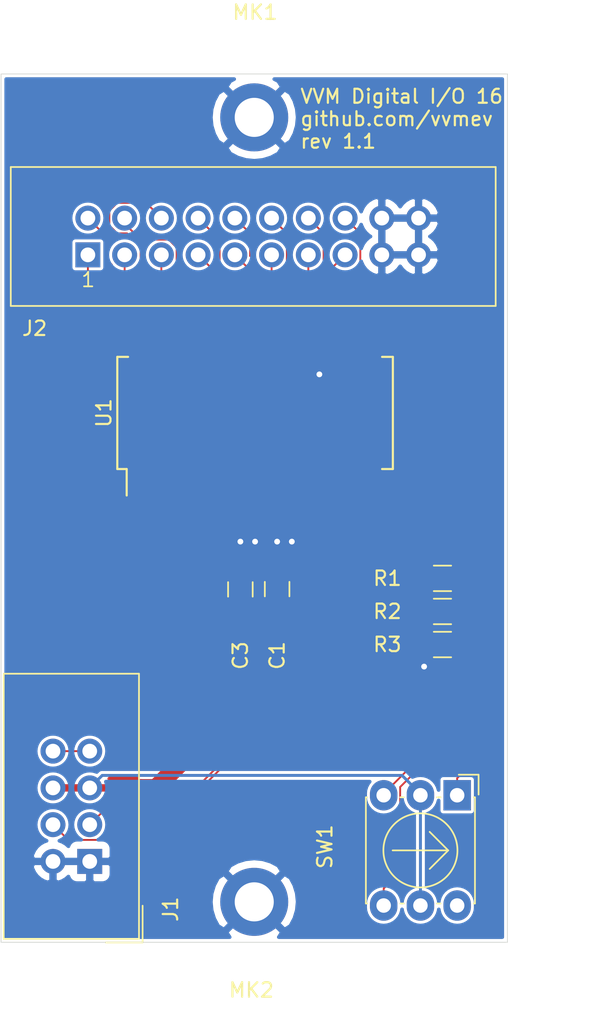
<source format=kicad_pcb>
(kicad_pcb (version 20171130) (host pcbnew "(5.1.2-1)-1")

  (general
    (thickness 1.6)
    (drawings 7)
    (tracks 220)
    (zones 0)
    (modules 11)
    (nets 28)
  )

  (page A4)
  (layers
    (0 F.Cu signal)
    (31 B.Cu signal)
    (32 B.Adhes user)
    (33 F.Adhes user)
    (34 B.Paste user)
    (35 F.Paste user)
    (36 B.SilkS user)
    (37 F.SilkS user)
    (38 B.Mask user)
    (39 F.Mask user)
    (40 Dwgs.User user)
    (41 Cmts.User user)
    (42 Eco1.User user)
    (43 Eco2.User user)
    (44 Edge.Cuts user)
    (45 Margin user)
    (46 B.CrtYd user)
    (47 F.CrtYd user)
    (48 B.Fab user hide)
    (49 F.Fab user hide)
  )

  (setup
    (last_trace_width 0.127)
    (user_trace_width 0.2032)
    (user_trace_width 0.3048)
    (user_trace_width 0.4064)
    (user_trace_width 0.8128)
    (user_trace_width 1.2192)
    (trace_clearance 0.127)
    (zone_clearance 0.2032)
    (zone_45_only yes)
    (trace_min 0.127)
    (via_size 0.8)
    (via_drill 0.4)
    (via_min_size 0.4)
    (via_min_drill 0.3)
    (user_via 0.8 0.4)
    (uvia_size 0.3)
    (uvia_drill 0.1)
    (uvias_allowed no)
    (uvia_min_size 0.2)
    (uvia_min_drill 0.1)
    (edge_width 0.05)
    (segment_width 0.2)
    (pcb_text_width 0.3)
    (pcb_text_size 1.5 1.5)
    (mod_edge_width 0.12)
    (mod_text_size 1 1)
    (mod_text_width 0.15)
    (pad_size 1.524 1.524)
    (pad_drill 0.762)
    (pad_to_mask_clearance 0.051)
    (solder_mask_min_width 0.25)
    (aux_axis_origin 0 0)
    (visible_elements FFFFFFFF)
    (pcbplotparams
      (layerselection 0x010fc_ffffffff)
      (usegerberextensions false)
      (usegerberattributes false)
      (usegerberadvancedattributes false)
      (creategerberjobfile false)
      (excludeedgelayer true)
      (linewidth 0.100000)
      (plotframeref false)
      (viasonmask false)
      (mode 1)
      (useauxorigin false)
      (hpglpennumber 1)
      (hpglpenspeed 20)
      (hpglpendiameter 15.000000)
      (psnegative false)
      (psa4output false)
      (plotreference true)
      (plotvalue true)
      (plotinvisibletext false)
      (padsonsilk false)
      (subtractmaskfromsilk false)
      (outputformat 1)
      (mirror false)
      (drillshape 0)
      (scaleselection 1)
      (outputdirectory "gerber"))
  )

  (net 0 "")
  (net 1 +3V3)
  (net 2 GND)
  (net 3 /SCL)
  (net 4 /SDA)
  (net 5 /A0)
  (net 6 /A1)
  (net 7 /A2)
  (net 8 /+12VIN)
  (net 9 /IO16)
  (net 10 /IO15)
  (net 11 /IO14)
  (net 12 /IO13)
  (net 13 /IO12)
  (net 14 /IO11)
  (net 15 /IO10)
  (net 16 /IO9)
  (net 17 /IO8)
  (net 18 /IO7)
  (net 19 /IO5)
  (net 20 /IO4)
  (net 21 /IO3)
  (net 22 /IO2)
  (net 23 /IO1)
  (net 24 "Net-(SW1-Pad8)")
  (net 25 "Net-(U1-Pad19)")
  (net 26 "Net-(U1-Pad20)")
  (net 27 /IO6)

  (net_class Default "This is the default net class."
    (clearance 0.127)
    (trace_width 0.127)
    (via_dia 0.8)
    (via_drill 0.4)
    (uvia_dia 0.3)
    (uvia_drill 0.1)
    (add_net +3V3)
    (add_net /+12VIN)
    (add_net /A0)
    (add_net /A1)
    (add_net /A2)
    (add_net /IO1)
    (add_net /IO10)
    (add_net /IO11)
    (add_net /IO12)
    (add_net /IO13)
    (add_net /IO14)
    (add_net /IO15)
    (add_net /IO16)
    (add_net /IO2)
    (add_net /IO3)
    (add_net /IO4)
    (add_net /IO5)
    (add_net /IO6)
    (add_net /IO7)
    (add_net /IO8)
    (add_net /IO9)
    (add_net /SCL)
    (add_net /SDA)
    (add_net GND)
    (add_net "Net-(SW1-Pad8)")
    (add_net "Net-(U1-Pad19)")
    (add_net "Net-(U1-Pad20)")
  )

  (module Connectors_IDC:IDC-Header_2x10_Pitch2.54mm_Straight (layer F.Cu) (tedit 59C6EA7C) (tstamp 5CC9AB56)
    (at 135 79.5)
    (descr "20 pins through hole IDC header")
    (tags "IDC header socket VASCH")
    (path /5CC96F0F)
    (fp_text reference J2 (at -3.682 5.082) (layer F.SilkS)
      (effects (font (size 1 1) (thickness 0.15)))
    )
    (fp_text value 517-N2520-6002RB (at 11.43 1.85) (layer F.Fab)
      (effects (font (size 1 1) (thickness 0.15)))
    )
    (fp_line (start -5.33 3.53) (end -5.33 -6.07) (layer F.SilkS) (width 0.12))
    (fp_line (start 28.19 3.53) (end -5.33 3.53) (layer F.SilkS) (width 0.12))
    (fp_line (start 28.19 -6.07) (end 28.19 3.53) (layer F.SilkS) (width 0.12))
    (fp_line (start -5.33 -6.07) (end 28.19 -6.07) (layer F.SilkS) (width 0.12))
    (fp_line (start -5.58 3.78) (end -5.58 -6.32) (layer F.CrtYd) (width 0.05))
    (fp_line (start 28.44 3.78) (end -5.58 3.78) (layer F.CrtYd) (width 0.05))
    (fp_line (start 28.44 -6.32) (end 28.44 3.78) (layer F.CrtYd) (width 0.05))
    (fp_line (start -5.58 -6.32) (end 28.44 -6.32) (layer F.CrtYd) (width 0.05))
    (fp_line (start 27.94 3.28) (end 27.38 2.73) (layer F.Fab) (width 0.1))
    (fp_line (start -5.08 3.28) (end -4.54 2.73) (layer F.Fab) (width 0.1))
    (fp_line (start 27.94 -5.82) (end 27.38 -5.27) (layer F.Fab) (width 0.1))
    (fp_line (start -5.08 -5.82) (end -4.54 -5.27) (layer F.Fab) (width 0.1))
    (fp_line (start 27.38 -5.27) (end 27.38 2.73) (layer F.Fab) (width 0.1))
    (fp_line (start 27.94 -5.82) (end 27.94 3.28) (layer F.Fab) (width 0.1))
    (fp_line (start -4.54 -5.27) (end -4.54 2.73) (layer F.Fab) (width 0.1))
    (fp_line (start -5.08 -5.82) (end -5.08 3.28) (layer F.Fab) (width 0.1))
    (fp_line (start 13.68 2.73) (end 13.68 3.28) (layer F.Fab) (width 0.1))
    (fp_line (start 9.18 2.73) (end 9.18 3.28) (layer F.Fab) (width 0.1))
    (fp_line (start 13.68 2.73) (end 27.38 2.73) (layer F.Fab) (width 0.1))
    (fp_line (start -4.54 2.73) (end 9.18 2.73) (layer F.Fab) (width 0.1))
    (fp_line (start -5.08 3.28) (end 27.94 3.28) (layer F.Fab) (width 0.1))
    (fp_line (start -4.54 -5.27) (end 27.38 -5.27) (layer F.Fab) (width 0.1))
    (fp_line (start -5.08 -5.82) (end 27.94 -5.82) (layer F.Fab) (width 0.1))
    (fp_text user %R (at 11.43 -4.445) (layer F.Fab)
      (effects (font (size 1 1) (thickness 0.15)))
    )
    (fp_text user 1 (at 0.02 1.72) (layer F.SilkS)
      (effects (font (size 1 1) (thickness 0.12)))
    )
    (pad 20 thru_hole oval (at 22.86 -2.54) (size 1.7272 1.7272) (drill 1.016) (layers *.Cu *.Mask)
      (net 2 GND))
    (pad 19 thru_hole oval (at 22.86 0) (size 1.7272 1.7272) (drill 1.016) (layers *.Cu *.Mask)
      (net 2 GND))
    (pad 18 thru_hole oval (at 20.32 -2.54) (size 1.7272 1.7272) (drill 1.016) (layers *.Cu *.Mask)
      (net 2 GND))
    (pad 17 thru_hole oval (at 20.32 0) (size 1.7272 1.7272) (drill 1.016) (layers *.Cu *.Mask)
      (net 2 GND))
    (pad 16 thru_hole oval (at 17.78 -2.54) (size 1.7272 1.7272) (drill 1.016) (layers *.Cu *.Mask)
      (net 9 /IO16))
    (pad 15 thru_hole oval (at 17.78 0) (size 1.7272 1.7272) (drill 1.016) (layers *.Cu *.Mask)
      (net 10 /IO15))
    (pad 14 thru_hole oval (at 15.24 -2.54) (size 1.7272 1.7272) (drill 1.016) (layers *.Cu *.Mask)
      (net 11 /IO14))
    (pad 13 thru_hole oval (at 15.24 0) (size 1.7272 1.7272) (drill 1.016) (layers *.Cu *.Mask)
      (net 12 /IO13))
    (pad 12 thru_hole oval (at 12.7 -2.54) (size 1.7272 1.7272) (drill 1.016) (layers *.Cu *.Mask)
      (net 13 /IO12))
    (pad 11 thru_hole oval (at 12.7 0) (size 1.7272 1.7272) (drill 1.016) (layers *.Cu *.Mask)
      (net 14 /IO11))
    (pad 10 thru_hole oval (at 10.16 -2.54) (size 1.7272 1.7272) (drill 1.016) (layers *.Cu *.Mask)
      (net 15 /IO10))
    (pad 9 thru_hole oval (at 10.16 0) (size 1.7272 1.7272) (drill 1.016) (layers *.Cu *.Mask)
      (net 16 /IO9))
    (pad 8 thru_hole oval (at 7.62 -2.54) (size 1.7272 1.7272) (drill 1.016) (layers *.Cu *.Mask)
      (net 17 /IO8))
    (pad 7 thru_hole oval (at 7.62 0) (size 1.7272 1.7272) (drill 1.016) (layers *.Cu *.Mask)
      (net 18 /IO7))
    (pad 6 thru_hole oval (at 5.08 -2.54) (size 1.7272 1.7272) (drill 1.016) (layers *.Cu *.Mask)
      (net 27 /IO6))
    (pad 5 thru_hole oval (at 5.08 0) (size 1.7272 1.7272) (drill 1.016) (layers *.Cu *.Mask)
      (net 19 /IO5))
    (pad 4 thru_hole oval (at 2.54 -2.54) (size 1.7272 1.7272) (drill 1.016) (layers *.Cu *.Mask)
      (net 20 /IO4))
    (pad 3 thru_hole oval (at 2.54 0) (size 1.7272 1.7272) (drill 1.016) (layers *.Cu *.Mask)
      (net 21 /IO3))
    (pad 2 thru_hole oval (at 0 -2.54) (size 1.7272 1.7272) (drill 1.016) (layers *.Cu *.Mask)
      (net 22 /IO2))
    (pad 1 thru_hole rect (at 0 0) (size 1.7272 1.7272) (drill 1.016) (layers *.Cu *.Mask)
      (net 23 /IO1))
    (model ${KISYS3DMOD}/Connectors_IDC.3dshapes/IDC-Header_2x10_Pitch2.54mm_Straight.wrl
      (at (xyz 0 0 0))
      (scale (xyz 1 1 1))
      (rotate (xyz 0 0 0))
    )
  )

  (module Housings_SOIC:SOIC-28W_7.5x18.7mm_Pitch1.27mm (layer F.Cu) (tedit 5975F53C) (tstamp 5CCAA763)
    (at 146.558 90.424 90)
    (descr "28-Lead Plastic Small Outline (SO) - Wide, 7.50 mm X 18.7 mm Body [SOIC] (https://www.akm.com/akm/en/file/datasheet/AK5394AVS.pdf)")
    (tags "SOIC 1.27")
    (path /5D0F0D27)
    (attr smd)
    (fp_text reference U1 (at 0 -10.45 90) (layer F.SilkS)
      (effects (font (size 1 1) (thickness 0.15)))
    )
    (fp_text value MCP23017 (at 0 10.45 90) (layer F.Fab)
      (effects (font (size 1 1) (thickness 0.15)))
    )
    (fp_text user %R (at 0 0 90) (layer F.Fab)
      (effects (font (size 1 1) (thickness 0.15)))
    )
    (fp_line (start -2.75 -9.35) (end 3.75 -9.35) (layer F.Fab) (width 0.15))
    (fp_line (start 3.75 -9.35) (end 3.75 9.35) (layer F.Fab) (width 0.15))
    (fp_line (start 3.75 9.35) (end -3.75 9.35) (layer F.Fab) (width 0.15))
    (fp_line (start -3.75 9.35) (end -3.75 -8.35) (layer F.Fab) (width 0.15))
    (fp_line (start -3.75 -8.35) (end -2.75 -9.35) (layer F.Fab) (width 0.15))
    (fp_line (start -5.95 -9.7) (end -5.95 9.7) (layer F.CrtYd) (width 0.05))
    (fp_line (start 5.95 -9.7) (end 5.95 9.7) (layer F.CrtYd) (width 0.05))
    (fp_line (start -5.95 -9.7) (end 5.95 -9.7) (layer F.CrtYd) (width 0.05))
    (fp_line (start -5.95 9.7) (end 5.95 9.7) (layer F.CrtYd) (width 0.05))
    (fp_line (start -3.875 -9.525) (end -3.875 -8.875) (layer F.SilkS) (width 0.15))
    (fp_line (start 3.875 -9.525) (end 3.875 -8.78) (layer F.SilkS) (width 0.15))
    (fp_line (start 3.875 9.525) (end 3.875 8.78) (layer F.SilkS) (width 0.15))
    (fp_line (start -3.875 9.525) (end -3.875 8.78) (layer F.SilkS) (width 0.15))
    (fp_line (start -3.875 -9.525) (end 3.875 -9.525) (layer F.SilkS) (width 0.15))
    (fp_line (start -3.875 9.525) (end 3.875 9.525) (layer F.SilkS) (width 0.15))
    (fp_line (start -3.875 -8.875) (end -5.7 -8.875) (layer F.SilkS) (width 0.15))
    (pad 1 smd rect (at -4.7 -8.255 90) (size 2 0.6) (layers F.Cu F.Paste F.Mask)
      (net 16 /IO9))
    (pad 2 smd rect (at -4.7 -6.985 90) (size 2 0.6) (layers F.Cu F.Paste F.Mask)
      (net 15 /IO10))
    (pad 3 smd rect (at -4.7 -5.715 90) (size 2 0.6) (layers F.Cu F.Paste F.Mask)
      (net 14 /IO11))
    (pad 4 smd rect (at -4.7 -4.445 90) (size 2 0.6) (layers F.Cu F.Paste F.Mask)
      (net 13 /IO12))
    (pad 5 smd rect (at -4.7 -3.175 90) (size 2 0.6) (layers F.Cu F.Paste F.Mask)
      (net 12 /IO13))
    (pad 6 smd rect (at -4.7 -1.905 90) (size 2 0.6) (layers F.Cu F.Paste F.Mask)
      (net 11 /IO14))
    (pad 7 smd rect (at -4.7 -0.635 90) (size 2 0.6) (layers F.Cu F.Paste F.Mask)
      (net 10 /IO15))
    (pad 8 smd rect (at -4.7 0.635 90) (size 2 0.6) (layers F.Cu F.Paste F.Mask)
      (net 9 /IO16))
    (pad 9 smd rect (at -4.7 1.905 90) (size 2 0.6) (layers F.Cu F.Paste F.Mask)
      (net 1 +3V3))
    (pad 10 smd rect (at -4.7 3.175 90) (size 2 0.6) (layers F.Cu F.Paste F.Mask)
      (net 2 GND))
    (pad 11 smd rect (at -4.7 4.445 90) (size 2 0.6) (layers F.Cu F.Paste F.Mask))
    (pad 12 smd rect (at -4.7 5.715 90) (size 2 0.6) (layers F.Cu F.Paste F.Mask)
      (net 3 /SCL))
    (pad 13 smd rect (at -4.7 6.985 90) (size 2 0.6) (layers F.Cu F.Paste F.Mask)
      (net 4 /SDA))
    (pad 14 smd rect (at -4.7 8.255 90) (size 2 0.6) (layers F.Cu F.Paste F.Mask))
    (pad 15 smd rect (at 4.7 8.255 90) (size 2 0.6) (layers F.Cu F.Paste F.Mask)
      (net 5 /A0))
    (pad 16 smd rect (at 4.7 6.985 90) (size 2 0.6) (layers F.Cu F.Paste F.Mask)
      (net 6 /A1))
    (pad 17 smd rect (at 4.7 5.715 90) (size 2 0.6) (layers F.Cu F.Paste F.Mask)
      (net 7 /A2))
    (pad 18 smd rect (at 4.7 4.445 90) (size 2 0.6) (layers F.Cu F.Paste F.Mask)
      (net 2 GND))
    (pad 19 smd rect (at 4.7 3.175 90) (size 2 0.6) (layers F.Cu F.Paste F.Mask)
      (net 25 "Net-(U1-Pad19)"))
    (pad 20 smd rect (at 4.7 1.905 90) (size 2 0.6) (layers F.Cu F.Paste F.Mask)
      (net 26 "Net-(U1-Pad20)"))
    (pad 21 smd rect (at 4.7 0.635 90) (size 2 0.6) (layers F.Cu F.Paste F.Mask)
      (net 23 /IO1))
    (pad 22 smd rect (at 4.7 -0.635 90) (size 2 0.6) (layers F.Cu F.Paste F.Mask)
      (net 22 /IO2))
    (pad 23 smd rect (at 4.7 -1.905 90) (size 2 0.6) (layers F.Cu F.Paste F.Mask)
      (net 21 /IO3))
    (pad 24 smd rect (at 4.7 -3.175 90) (size 2 0.6) (layers F.Cu F.Paste F.Mask)
      (net 20 /IO4))
    (pad 25 smd rect (at 4.7 -4.445 90) (size 2 0.6) (layers F.Cu F.Paste F.Mask)
      (net 19 /IO5))
    (pad 26 smd rect (at 4.7 -5.715 90) (size 2 0.6) (layers F.Cu F.Paste F.Mask)
      (net 27 /IO6))
    (pad 27 smd rect (at 4.7 -6.985 90) (size 2 0.6) (layers F.Cu F.Paste F.Mask)
      (net 18 /IO7))
    (pad 28 smd rect (at 4.7 -8.255 90) (size 2 0.6) (layers F.Cu F.Paste F.Mask)
      (net 17 /IO8))
    (model ${KISYS3DMOD}/Housings_SOIC.3dshapes/SOIC-28W_7.5x18.7mm_Pitch1.27mm.wrl
      (at (xyz 0 0 0))
      (scale (xyz 1 1 1))
      (rotate (xyz 0 0 0))
    )
  )

  (module Resistors_SMD:R_0805_HandSoldering (layer F.Cu) (tedit 58E0A804) (tstamp 5CC9B88E)
    (at 159.512 101.854 180)
    (descr "Resistor SMD 0805, hand soldering")
    (tags "resistor 0805")
    (path /5CE59155)
    (attr smd)
    (fp_text reference R1 (at 3.81 0) (layer F.SilkS)
      (effects (font (size 1 1) (thickness 0.15)))
    )
    (fp_text value 10k (at 0 1.75) (layer F.Fab)
      (effects (font (size 1 1) (thickness 0.15)))
    )
    (fp_text user %R (at 0 0) (layer F.Fab)
      (effects (font (size 0.5 0.5) (thickness 0.075)))
    )
    (fp_line (start -1 0.62) (end -1 -0.62) (layer F.Fab) (width 0.1))
    (fp_line (start 1 0.62) (end -1 0.62) (layer F.Fab) (width 0.1))
    (fp_line (start 1 -0.62) (end 1 0.62) (layer F.Fab) (width 0.1))
    (fp_line (start -1 -0.62) (end 1 -0.62) (layer F.Fab) (width 0.1))
    (fp_line (start 0.6 0.88) (end -0.6 0.88) (layer F.SilkS) (width 0.12))
    (fp_line (start -0.6 -0.88) (end 0.6 -0.88) (layer F.SilkS) (width 0.12))
    (fp_line (start -2.35 -0.9) (end 2.35 -0.9) (layer F.CrtYd) (width 0.05))
    (fp_line (start -2.35 -0.9) (end -2.35 0.9) (layer F.CrtYd) (width 0.05))
    (fp_line (start 2.35 0.9) (end 2.35 -0.9) (layer F.CrtYd) (width 0.05))
    (fp_line (start 2.35 0.9) (end -2.35 0.9) (layer F.CrtYd) (width 0.05))
    (pad 1 smd rect (at -1.35 0 180) (size 1.5 1.3) (layers F.Cu F.Paste F.Mask)
      (net 5 /A0))
    (pad 2 smd rect (at 1.35 0 180) (size 1.5 1.3) (layers F.Cu F.Paste F.Mask)
      (net 2 GND))
    (model ${KISYS3DMOD}/Resistors_SMD.3dshapes/R_0805.wrl
      (at (xyz 0 0 0))
      (scale (xyz 1 1 1))
      (rotate (xyz 0 0 0))
    )
  )

  (module Connector-IDC:IDC-Header_2x04_P2.54mm_Vertical (layer F.Cu) (tedit 59DE070F) (tstamp 5CC899EE)
    (at 135.128 121.412 180)
    (descr "Through hole straight IDC box header, 2x04, 2.54mm pitch, double rows")
    (tags "Through hole IDC box header THT 2x04 2.54mm double row")
    (path /5CD0D077)
    (fp_text reference J1 (at -5.588 -3.302 90) (layer F.SilkS)
      (effects (font (size 1 1) (thickness 0.15)))
    )
    (fp_text value 517-N2508-6002RB (at 1.27 14.224) (layer F.Fab)
      (effects (font (size 1 1) (thickness 0.15)))
    )
    (fp_line (start -3.655 -5.6) (end -1.115 -5.6) (layer F.SilkS) (width 0.12))
    (fp_line (start -3.655 -5.6) (end -3.655 -3.06) (layer F.SilkS) (width 0.12))
    (fp_line (start -3.405 -5.35) (end 5.945 -5.35) (layer F.SilkS) (width 0.12))
    (fp_line (start -3.405 12.97) (end -3.405 -5.35) (layer F.SilkS) (width 0.12))
    (fp_line (start 5.945 12.97) (end -3.405 12.97) (layer F.SilkS) (width 0.12))
    (fp_line (start 5.945 -5.35) (end 5.945 12.97) (layer F.SilkS) (width 0.12))
    (fp_line (start -3.41 -5.35) (end 5.95 -5.35) (layer F.CrtYd) (width 0.05))
    (fp_line (start -3.41 12.97) (end -3.41 -5.35) (layer F.CrtYd) (width 0.05))
    (fp_line (start 5.95 12.97) (end -3.41 12.97) (layer F.CrtYd) (width 0.05))
    (fp_line (start 5.95 -5.35) (end 5.95 12.97) (layer F.CrtYd) (width 0.05))
    (fp_line (start -3.155 12.72) (end -2.605 12.16) (layer F.Fab) (width 0.1))
    (fp_line (start -3.155 -5.1) (end -2.605 -4.56) (layer F.Fab) (width 0.1))
    (fp_line (start 5.695 12.72) (end 5.145 12.16) (layer F.Fab) (width 0.1))
    (fp_line (start 5.695 -5.1) (end 5.145 -4.56) (layer F.Fab) (width 0.1))
    (fp_line (start 5.145 12.16) (end -2.605 12.16) (layer F.Fab) (width 0.1))
    (fp_line (start 5.695 12.72) (end -3.155 12.72) (layer F.Fab) (width 0.1))
    (fp_line (start 5.145 -4.56) (end -2.605 -4.56) (layer F.Fab) (width 0.1))
    (fp_line (start 5.695 -5.1) (end -3.155 -5.1) (layer F.Fab) (width 0.1))
    (fp_line (start -2.605 6.06) (end -3.155 6.06) (layer F.Fab) (width 0.1))
    (fp_line (start -2.605 1.56) (end -3.155 1.56) (layer F.Fab) (width 0.1))
    (fp_line (start -2.605 6.06) (end -2.605 12.16) (layer F.Fab) (width 0.1))
    (fp_line (start -2.605 -4.56) (end -2.605 1.56) (layer F.Fab) (width 0.1))
    (fp_line (start -3.155 -5.1) (end -3.155 12.72) (layer F.Fab) (width 0.1))
    (fp_line (start 5.145 -4.56) (end 5.145 12.16) (layer F.Fab) (width 0.1))
    (fp_line (start 5.695 -5.1) (end 5.695 12.72) (layer F.Fab) (width 0.1))
    (fp_text user %R (at 1.27 3.81) (layer F.Fab)
      (effects (font (size 1 1) (thickness 0.15)))
    )
    (pad 8 thru_hole oval (at 2.54 7.62 180) (size 1.7272 1.7272) (drill 1.016) (layers *.Cu *.Mask)
      (net 8 /+12VIN))
    (pad 7 thru_hole oval (at 0 7.62 180) (size 1.7272 1.7272) (drill 1.016) (layers *.Cu *.Mask)
      (net 8 /+12VIN))
    (pad 6 thru_hole oval (at 2.54 5.08 180) (size 1.7272 1.7272) (drill 1.016) (layers *.Cu *.Mask)
      (net 1 +3V3))
    (pad 5 thru_hole oval (at 0 5.08 180) (size 1.7272 1.7272) (drill 1.016) (layers *.Cu *.Mask)
      (net 1 +3V3))
    (pad 4 thru_hole oval (at 2.54 2.54 180) (size 1.7272 1.7272) (drill 1.016) (layers *.Cu *.Mask)
      (net 4 /SDA))
    (pad 3 thru_hole oval (at 0 2.54 180) (size 1.7272 1.7272) (drill 1.016) (layers *.Cu *.Mask)
      (net 3 /SCL))
    (pad 2 thru_hole oval (at 2.54 0 180) (size 1.7272 1.7272) (drill 1.016) (layers *.Cu *.Mask)
      (net 2 GND))
    (pad 1 thru_hole rect (at 0 0 180) (size 1.7272 1.7272) (drill 1.016) (layers *.Cu *.Mask)
      (net 2 GND))
    (model ${KISYS3DMOD}/Connector_IDC.3dshapes/IDC-Header_2x04_P2.54mm_Vertical.wrl
      (at (xyz 0 0 0))
      (scale (xyz 1 1 1))
      (rotate (xyz 0 0 0))
    )
  )

  (module Buttons_Switches_THT:Nidec_Copal_SH-7010C (layer F.Cu) (tedit 59C33B14) (tstamp 5CC9A715)
    (at 160.528 116.84 270)
    (descr "4-bit rotary coded switch, through-hole, https://www.nidec-copal-electronics.com/e/catalog/switch/sh-7000.pdf")
    (tags "rotary switch bcd")
    (path /5CCA678D)
    (fp_text reference SW1 (at 3.556 9.144 90) (layer F.SilkS)
      (effects (font (size 1 1) (thickness 0.15)))
    )
    (fp_text value 220ADC16 (at 3.81 7.44 90) (layer F.Fab)
      (effects (font (size 1 1) (thickness 0.15)))
    )
    (fp_circle (center 3.81 2.54) (end 6.37 2.54) (layer F.SilkS) (width 0.12))
    (fp_line (start 1.26 -1.11) (end 7.36 -1.11) (layer F.Fab) (width 0.1))
    (fp_line (start 7.36 -1.11) (end 7.36 6.19) (layer F.Fab) (width 0.1))
    (fp_line (start 7.36 6.19) (end 0.26 6.19) (layer F.Fab) (width 0.1))
    (fp_line (start 0.26 6.19) (end 0.26 -0.11) (layer F.Fab) (width 0.1))
    (fp_line (start 0.26 -0.11) (end 1.26 -1.11) (layer F.Fab) (width 0.1))
    (fp_line (start 0.14 -1.15) (end 0.14 -1.23) (layer F.SilkS) (width 0.12))
    (fp_line (start 0.14 -1.23) (end 7.48 -1.23) (layer F.SilkS) (width 0.12))
    (fp_line (start 7.48 -1.23) (end 7.48 -1.15) (layer F.SilkS) (width 0.12))
    (fp_line (start 0.14 6.23) (end 0.14 6.31) (layer F.SilkS) (width 0.12))
    (fp_line (start 0.14 6.31) (end 7.48 6.31) (layer F.SilkS) (width 0.12))
    (fp_line (start 7.48 6.31) (end 7.48 6.23) (layer F.SilkS) (width 0.12))
    (fp_line (start 0.14 1.15) (end 0.14 1.39) (layer F.SilkS) (width 0.12))
    (fp_line (start 0.14 3.69) (end 0.14 3.93) (layer F.SilkS) (width 0.12))
    (fp_line (start 7.48 1.15) (end 7.48 1.39) (layer F.SilkS) (width 0.12))
    (fp_line (start 7.48 3.69) (end 7.48 3.93) (layer F.SilkS) (width 0.12))
    (fp_line (start -1.42 -0.11) (end -1.42 -1.48) (layer F.SilkS) (width 0.12))
    (fp_line (start -1.42 -1.48) (end -0.05 -1.48) (layer F.SilkS) (width 0.12))
    (fp_line (start 3.81 0.62) (end 3.81 4.46) (layer F.SilkS) (width 0.12))
    (fp_line (start 2.53 1.9) (end 3.81 0.62) (layer F.SilkS) (width 0.12))
    (fp_line (start 3.81 0.62) (end 5.09 1.9) (layer F.SilkS) (width 0.12))
    (fp_line (start -1.3 -1.36) (end -1.3 6.44) (layer F.CrtYd) (width 0.05))
    (fp_line (start -1.3 6.44) (end 8.92 6.44) (layer F.CrtYd) (width 0.05))
    (fp_line (start 8.92 6.44) (end 8.92 -1.36) (layer F.CrtYd) (width 0.05))
    (fp_line (start 8.92 -1.36) (end -1.3 -1.36) (layer F.CrtYd) (width 0.05))
    (fp_text user %R (at 3.81 2.54 90) (layer F.Fab)
      (effects (font (size 1 1) (thickness 0.15)))
    )
    (pad 1 thru_hole rect (at 0 0 270) (size 2.1 1.9) (drill 1) (layers *.Cu *.Mask)
      (net 5 /A0))
    (pad 8 thru_hole oval (at 7.62 0 270) (size 2.1 1.9) (drill 1) (layers *.Cu *.Mask)
      (net 24 "Net-(SW1-Pad8)"))
    (pad C thru_hole oval (at 0 2.54 270) (size 2.1 1.9) (drill 1) (layers *.Cu *.Mask)
      (net 1 +3V3))
    (pad C thru_hole oval (at 7.62 2.54 270) (size 2.1 1.9) (drill 1) (layers *.Cu *.Mask)
      (net 1 +3V3))
    (pad 4 thru_hole oval (at 0 5.08 270) (size 2.1 1.9) (drill 1) (layers *.Cu *.Mask)
      (net 7 /A2))
    (pad 2 thru_hole oval (at 7.62 5.08 270) (size 2.1 1.9) (drill 1) (layers *.Cu *.Mask)
      (net 6 /A1))
    (model ${KISYS3DMOD}/Buttons_Switches_THT.3dshapes/Nidec_Copal_SH-7010C.wrl
      (at (xyz 0 0 0))
      (scale (xyz 1 1 1))
      (rotate (xyz 0 0 0))
    )
  )

  (module Mounting_Holes:MountingHole_2.7mm_M2.5_DIN965_Pad (layer F.Cu) (tedit 56D1B4CB) (tstamp 5CC99B5E)
    (at 146.5 124.206)
    (descr "Mounting Hole 2.7mm, M2.5, DIN965")
    (tags "mounting hole 2.7mm m2.5 din965")
    (path /5D014BC8)
    (attr virtual)
    (fp_text reference MK2 (at -0.196 6.096) (layer F.SilkS)
      (effects (font (size 1 1) (thickness 0.15)))
    )
    (fp_text value M2.5 (at 0 3.35) (layer F.Fab)
      (effects (font (size 1 1) (thickness 0.15)))
    )
    (fp_text user %R (at 0.3 0) (layer F.Fab)
      (effects (font (size 1 1) (thickness 0.15)))
    )
    (fp_circle (center 0 0) (end 2.35 0) (layer Cmts.User) (width 0.15))
    (fp_circle (center 0 0) (end 2.6 0) (layer F.CrtYd) (width 0.05))
    (pad 1 thru_hole circle (at 0 0) (size 4.7 4.7) (drill 2.7) (layers *.Cu *.Mask)
      (net 2 GND))
  )

  (module Mounting_Holes:MountingHole_2.7mm_M2.5_DIN965_Pad (layer F.Cu) (tedit 56D1B4CB) (tstamp 5CC99B5B)
    (at 146.5 70)
    (descr "Mounting Hole 2.7mm, M2.5, DIN965")
    (tags "mounting hole 2.7mm m2.5 din965")
    (path /5D01467E)
    (attr virtual)
    (fp_text reference MK1 (at 0.058 -7.262) (layer F.SilkS)
      (effects (font (size 1 1) (thickness 0.15)))
    )
    (fp_text value M2.5 (at 0 3.35) (layer F.Fab)
      (effects (font (size 1 1) (thickness 0.15)))
    )
    (fp_text user %R (at 0.3 0) (layer F.Fab)
      (effects (font (size 1 1) (thickness 0.15)))
    )
    (fp_circle (center 0 0) (end 2.35 0) (layer Cmts.User) (width 0.15))
    (fp_circle (center 0 0) (end 2.6 0) (layer F.CrtYd) (width 0.05))
    (pad 1 thru_hole circle (at 0 0) (size 4.7 4.7) (drill 2.7) (layers *.Cu *.Mask)
      (net 2 GND))
  )

  (module Capacitors_SMD:C_0805_HandSoldering (layer F.Cu) (tedit 58AA84A8) (tstamp 5CC990C7)
    (at 145.542 102.616 90)
    (descr "Capacitor SMD 0805, hand soldering")
    (tags "capacitor 0805")
    (path /5CFE74A0)
    (attr smd)
    (fp_text reference C3 (at -4.572 0 90) (layer F.SilkS)
      (effects (font (size 1 1) (thickness 0.15)))
    )
    (fp_text value 47u (at 0 1.75 90) (layer F.Fab)
      (effects (font (size 1 1) (thickness 0.15)))
    )
    (fp_text user %R (at 0 -1.75 90) (layer F.Fab)
      (effects (font (size 1 1) (thickness 0.15)))
    )
    (fp_line (start -1 0.62) (end -1 -0.62) (layer F.Fab) (width 0.1))
    (fp_line (start 1 0.62) (end -1 0.62) (layer F.Fab) (width 0.1))
    (fp_line (start 1 -0.62) (end 1 0.62) (layer F.Fab) (width 0.1))
    (fp_line (start -1 -0.62) (end 1 -0.62) (layer F.Fab) (width 0.1))
    (fp_line (start 0.5 -0.85) (end -0.5 -0.85) (layer F.SilkS) (width 0.12))
    (fp_line (start -0.5 0.85) (end 0.5 0.85) (layer F.SilkS) (width 0.12))
    (fp_line (start -2.25 -0.88) (end 2.25 -0.88) (layer F.CrtYd) (width 0.05))
    (fp_line (start -2.25 -0.88) (end -2.25 0.87) (layer F.CrtYd) (width 0.05))
    (fp_line (start 2.25 0.87) (end 2.25 -0.88) (layer F.CrtYd) (width 0.05))
    (fp_line (start 2.25 0.87) (end -2.25 0.87) (layer F.CrtYd) (width 0.05))
    (pad 1 smd rect (at -1.25 0 90) (size 1.5 1.25) (layers F.Cu F.Paste F.Mask)
      (net 1 +3V3))
    (pad 2 smd rect (at 1.25 0 90) (size 1.5 1.25) (layers F.Cu F.Paste F.Mask)
      (net 2 GND))
    (model Capacitors_SMD.3dshapes/C_0805.wrl
      (at (xyz 0 0 0))
      (scale (xyz 1 1 1))
      (rotate (xyz 0 0 0))
    )
  )

  (module Capacitors_SMD:C_0805_HandSoldering (layer F.Cu) (tedit 58AA84A8) (tstamp 5CC97152)
    (at 148.082 102.596 90)
    (descr "Capacitor SMD 0805, hand soldering")
    (tags "capacitor 0805")
    (path /5CEAED25)
    (attr smd)
    (fp_text reference C1 (at -4.592 0 90) (layer F.SilkS)
      (effects (font (size 1 1) (thickness 0.15)))
    )
    (fp_text value 100n (at 0 1.75 90) (layer F.Fab)
      (effects (font (size 1 1) (thickness 0.15)))
    )
    (fp_text user %R (at 0 -1.75 90) (layer F.Fab)
      (effects (font (size 1 1) (thickness 0.15)))
    )
    (fp_line (start -1 0.62) (end -1 -0.62) (layer F.Fab) (width 0.1))
    (fp_line (start 1 0.62) (end -1 0.62) (layer F.Fab) (width 0.1))
    (fp_line (start 1 -0.62) (end 1 0.62) (layer F.Fab) (width 0.1))
    (fp_line (start -1 -0.62) (end 1 -0.62) (layer F.Fab) (width 0.1))
    (fp_line (start 0.5 -0.85) (end -0.5 -0.85) (layer F.SilkS) (width 0.12))
    (fp_line (start -0.5 0.85) (end 0.5 0.85) (layer F.SilkS) (width 0.12))
    (fp_line (start -2.25 -0.88) (end 2.25 -0.88) (layer F.CrtYd) (width 0.05))
    (fp_line (start -2.25 -0.88) (end -2.25 0.87) (layer F.CrtYd) (width 0.05))
    (fp_line (start 2.25 0.87) (end 2.25 -0.88) (layer F.CrtYd) (width 0.05))
    (fp_line (start 2.25 0.87) (end -2.25 0.87) (layer F.CrtYd) (width 0.05))
    (pad 1 smd rect (at -1.25 0 90) (size 1.5 1.25) (layers F.Cu F.Paste F.Mask)
      (net 1 +3V3))
    (pad 2 smd rect (at 1.25 0 90) (size 1.5 1.25) (layers F.Cu F.Paste F.Mask)
      (net 2 GND))
    (model Capacitors_SMD.3dshapes/C_0805.wrl
      (at (xyz 0 0 0))
      (scale (xyz 1 1 1))
      (rotate (xyz 0 0 0))
    )
  )

  (module Resistors_SMD:R_0805_HandSoldering (layer F.Cu) (tedit 58E0A804) (tstamp 5CC8A872)
    (at 159.512 106.426 180)
    (descr "Resistor SMD 0805, hand soldering")
    (tags "resistor 0805")
    (path /5CD71A32)
    (attr smd)
    (fp_text reference R3 (at 3.81 0) (layer F.SilkS)
      (effects (font (size 1 1) (thickness 0.15)))
    )
    (fp_text value 10k (at 0 1.75) (layer F.Fab)
      (effects (font (size 1 1) (thickness 0.15)))
    )
    (fp_text user %R (at 0 0) (layer F.Fab)
      (effects (font (size 0.5 0.5) (thickness 0.075)))
    )
    (fp_line (start -1 0.62) (end -1 -0.62) (layer F.Fab) (width 0.1))
    (fp_line (start 1 0.62) (end -1 0.62) (layer F.Fab) (width 0.1))
    (fp_line (start 1 -0.62) (end 1 0.62) (layer F.Fab) (width 0.1))
    (fp_line (start -1 -0.62) (end 1 -0.62) (layer F.Fab) (width 0.1))
    (fp_line (start 0.6 0.88) (end -0.6 0.88) (layer F.SilkS) (width 0.12))
    (fp_line (start -0.6 -0.88) (end 0.6 -0.88) (layer F.SilkS) (width 0.12))
    (fp_line (start -2.35 -0.9) (end 2.35 -0.9) (layer F.CrtYd) (width 0.05))
    (fp_line (start -2.35 -0.9) (end -2.35 0.9) (layer F.CrtYd) (width 0.05))
    (fp_line (start 2.35 0.9) (end 2.35 -0.9) (layer F.CrtYd) (width 0.05))
    (fp_line (start 2.35 0.9) (end -2.35 0.9) (layer F.CrtYd) (width 0.05))
    (pad 1 smd rect (at -1.35 0 180) (size 1.5 1.3) (layers F.Cu F.Paste F.Mask)
      (net 7 /A2))
    (pad 2 smd rect (at 1.35 0 180) (size 1.5 1.3) (layers F.Cu F.Paste F.Mask)
      (net 2 GND))
    (model ${KISYS3DMOD}/Resistors_SMD.3dshapes/R_0805.wrl
      (at (xyz 0 0 0))
      (scale (xyz 1 1 1))
      (rotate (xyz 0 0 0))
    )
  )

  (module Resistors_SMD:R_0805_HandSoldering (layer F.Cu) (tedit 58E0A804) (tstamp 5CC9BAD7)
    (at 159.512 104.14 180)
    (descr "Resistor SMD 0805, hand soldering")
    (tags "resistor 0805")
    (path /5CD72740)
    (attr smd)
    (fp_text reference R2 (at 3.81 0) (layer F.SilkS)
      (effects (font (size 1 1) (thickness 0.15)))
    )
    (fp_text value 10k (at 0 1.75) (layer F.Fab)
      (effects (font (size 1 1) (thickness 0.15)))
    )
    (fp_text user %R (at 0 0) (layer F.Fab)
      (effects (font (size 0.5 0.5) (thickness 0.075)))
    )
    (fp_line (start -1 0.62) (end -1 -0.62) (layer F.Fab) (width 0.1))
    (fp_line (start 1 0.62) (end -1 0.62) (layer F.Fab) (width 0.1))
    (fp_line (start 1 -0.62) (end 1 0.62) (layer F.Fab) (width 0.1))
    (fp_line (start -1 -0.62) (end 1 -0.62) (layer F.Fab) (width 0.1))
    (fp_line (start 0.6 0.88) (end -0.6 0.88) (layer F.SilkS) (width 0.12))
    (fp_line (start -0.6 -0.88) (end 0.6 -0.88) (layer F.SilkS) (width 0.12))
    (fp_line (start -2.35 -0.9) (end 2.35 -0.9) (layer F.CrtYd) (width 0.05))
    (fp_line (start -2.35 -0.9) (end -2.35 0.9) (layer F.CrtYd) (width 0.05))
    (fp_line (start 2.35 0.9) (end 2.35 -0.9) (layer F.CrtYd) (width 0.05))
    (fp_line (start 2.35 0.9) (end -2.35 0.9) (layer F.CrtYd) (width 0.05))
    (pad 1 smd rect (at -1.35 0 180) (size 1.5 1.3) (layers F.Cu F.Paste F.Mask)
      (net 6 /A1))
    (pad 2 smd rect (at 1.35 0 180) (size 1.5 1.3) (layers F.Cu F.Paste F.Mask)
      (net 2 GND))
    (model ${KISYS3DMOD}/Resistors_SMD.3dshapes/R_0805.wrl
      (at (xyz 0 0 0))
      (scale (xyz 1 1 1))
      (rotate (xyz 0 0 0))
    )
  )

  (dimension 60 (width 0.15) (layer Dwgs.User)
    (gr_text 60mm (at 168.3 97 270) (layer Dwgs.User)
      (effects (font (size 1 1) (thickness 0.15)))
    )
    (feature1 (pts (xy 164 127) (xy 167.586421 127)))
    (feature2 (pts (xy 164 67) (xy 167.586421 67)))
    (crossbar (pts (xy 167 67) (xy 167 127)))
    (arrow1a (pts (xy 167 127) (xy 166.413579 125.873496)))
    (arrow1b (pts (xy 167 127) (xy 167.586421 125.873496)))
    (arrow2a (pts (xy 167 67) (xy 166.413579 68.126504)))
    (arrow2b (pts (xy 167 67) (xy 167.586421 68.126504)))
  )
  (gr_line (start 164 67) (end 164 127) (layer Edge.Cuts) (width 0.05))
  (gr_text "VVM Digital I/O 16\ngithub.com/vvmev\nrev 1.1" (at 149.606 70.104) (layer F.SilkS)
    (effects (font (size 0.9652 0.9652) (thickness 0.1524)) (justify left))
  )
  (dimension 35 (width 0.15) (layer Dwgs.User)
    (gr_text 35mm (at 146.5 133.3) (layer Dwgs.User)
      (effects (font (size 1 1) (thickness 0.15)))
    )
    (feature1 (pts (xy 164 127) (xy 164 132.586421)))
    (feature2 (pts (xy 129 127) (xy 129 132.586421)))
    (crossbar (pts (xy 129 132) (xy 164 132)))
    (arrow1a (pts (xy 164 132) (xy 162.873496 132.586421)))
    (arrow1b (pts (xy 164 132) (xy 162.873496 131.413579)))
    (arrow2a (pts (xy 129 132) (xy 130.126504 132.586421)))
    (arrow2b (pts (xy 129 132) (xy 130.126504 131.413579)))
  )
  (gr_line (start 129 127) (end 129 67) (layer Edge.Cuts) (width 0.05) (tstamp 5CC9D23D))
  (gr_line (start 164 127) (end 129 127) (layer Edge.Cuts) (width 0.05))
  (gr_line (start 129 67) (end 164 67) (layer Edge.Cuts) (width 0.05))

  (segment (start 138.684 116.332) (end 137.922 116.332) (width 1.2192) (layer F.Cu) (net 1))
  (segment (start 139.7 116.332) (end 138.684 116.332) (width 1.2192) (layer F.Cu) (net 1))
  (segment (start 144.526 105.664) (end 144.526 111.506) (width 1.2192) (layer F.Cu) (net 1))
  (segment (start 142.494 103.632) (end 144.526 105.664) (width 1.2192) (layer F.Cu) (net 1))
  (segment (start 144.526 111.506) (end 139.7 116.332) (width 1.2192) (layer F.Cu) (net 1))
  (segment (start 157.988 123.2068) (end 157.988 116.84) (width 0.2032) (layer B.Cu) (net 1))
  (segment (start 157.988 124.46) (end 157.988 123.2068) (width 0.2032) (layer B.Cu) (net 1))
  (segment (start 135.991599 115.468401) (end 135.128 116.332) (width 0.2032) (layer B.Cu) (net 1))
  (segment (start 157.988 116.74) (end 156.716401 115.468401) (width 0.2032) (layer B.Cu) (net 1))
  (segment (start 156.716401 115.468401) (end 135.991599 115.468401) (width 0.2032) (layer B.Cu) (net 1))
  (segment (start 157.988 116.84) (end 157.988 116.74) (width 0.2032) (layer B.Cu) (net 1))
  (segment (start 142.494 103.632) (end 142.494 98.171) (width 1.2192) (layer F.Cu) (net 1))
  (segment (start 142.494 98.171) (end 143.002 97.663) (width 1.2192) (layer F.Cu) (net 1))
  (segment (start 143.002 97.663) (end 148.463 97.663) (width 1.2192) (layer F.Cu) (net 1))
  (segment (start 148.463 95.124) (end 148.463 97.663) (width 0.3048) (layer F.Cu) (net 1))
  (segment (start 158.162 101.854) (end 158.162 104.14) (width 0.127) (layer F.Cu) (net 2))
  (segment (start 158.162 104.14) (end 158.162 106.426) (width 0.127) (layer F.Cu) (net 2))
  (via (at 148.082 99.314) (size 0.8) (drill 0.4) (layers F.Cu B.Cu) (net 2) (tstamp 5CCA1FDE))
  (via (at 145.542 99.314) (size 0.8) (drill 0.4) (layers F.Cu B.Cu) (net 2) (tstamp 5CCA1FE0))
  (via (at 146.558 99.314) (size 0.8) (drill 0.4) (layers F.Cu B.Cu) (net 2) (tstamp 5CCA2116))
  (via (at 149.098 99.314) (size 0.8) (drill 0.4) (layers F.Cu B.Cu) (net 2) (tstamp 5CCA211C))
  (via (at 158.242 107.95) (size 0.8) (drill 0.4) (layers F.Cu B.Cu) (net 2))
  (segment (start 158.162 107.87) (end 158.242 107.95) (width 0.127) (layer F.Cu) (net 2))
  (segment (start 158.162 106.426) (end 158.162 107.87) (width 0.127) (layer F.Cu) (net 2))
  (segment (start 151.003 85.724) (end 151.003 87.0288) (width 0.3048) (layer F.Cu) (net 2))
  (segment (start 151.003 87.122) (end 151.003 87.0288) (width 0.3048) (layer F.Cu) (net 2))
  (segment (start 151.003 87.122) (end 151.003 87.249) (width 0.3048) (layer F.Cu) (net 2))
  (segment (start 151.003 87.249) (end 151.003 87.249) (width 0.3048) (layer F.Cu) (net 2) (tstamp 5CF0272D))
  (via (at 151.003 87.757) (size 0.8) (drill 0.4) (layers F.Cu B.Cu) (net 2))
  (segment (start 149.733 98.679) (end 149.098 99.314) (width 0.3048) (layer F.Cu) (net 2))
  (segment (start 149.733 95.124) (end 149.733 98.679) (width 0.3048) (layer F.Cu) (net 2))
  (segment (start 135.128 118.872) (end 135.991599 118.008401) (width 0.127) (layer F.Cu) (net 3))
  (segment (start 140.817599 118.008401) (end 151.384 107.442) (width 0.127) (layer F.Cu) (net 3))
  (segment (start 135.991599 118.008401) (end 140.817599 118.008401) (width 0.127) (layer F.Cu) (net 3))
  (segment (start 151.384 107.442) (end 151.384 100.584) (width 0.127) (layer F.Cu) (net 3))
  (segment (start 152.273 99.695) (end 152.273 95.124) (width 0.127) (layer F.Cu) (net 3))
  (segment (start 151.384 100.584) (end 152.273 99.695) (width 0.127) (layer F.Cu) (net 3))
  (segment (start 151.638009 107.547215) (end 151.638009 100.943233) (width 0.127) (layer F.Cu) (net 4))
  (segment (start 151.638009 100.943233) (end 151.638 100.943224) (width 0.127) (layer F.Cu) (net 4))
  (segment (start 139.259123 119.926101) (end 151.638009 107.547215) (width 0.127) (layer F.Cu) (net 4))
  (segment (start 133.642101 119.926101) (end 139.259123 119.926101) (width 0.127) (layer F.Cu) (net 4))
  (segment (start 132.588 118.872) (end 133.642101 119.926101) (width 0.127) (layer F.Cu) (net 4))
  (segment (start 151.638009 100.943233) (end 151.638009 100.710991) (width 0.127) (layer F.Cu) (net 4))
  (segment (start 153.543 98.806) (end 153.543 95.124) (width 0.127) (layer F.Cu) (net 4))
  (segment (start 151.638009 100.710991) (end 153.543 98.806) (width 0.127) (layer F.Cu) (net 4))
  (segment (start 160.862 101.077) (end 160.862 101.854) (width 0.127) (layer F.Cu) (net 5))
  (segment (start 160.862 92.9805) (end 160.862 101.077) (width 0.127) (layer F.Cu) (net 5))
  (segment (start 154.813 86.9315) (end 160.862 92.9805) (width 0.127) (layer F.Cu) (net 5))
  (segment (start 154.813 86.614) (end 154.813 86.9315) (width 0.127) (layer F.Cu) (net 5))
  (segment (start 160.528 115.663) (end 160.528 116.84) (width 0.127) (layer F.Cu) (net 5))
  (segment (start 162.31052 113.88048) (end 160.528 115.663) (width 0.127) (layer F.Cu) (net 5))
  (segment (start 162.31052 102.42552) (end 162.31052 113.88048) (width 0.127) (layer F.Cu) (net 5))
  (segment (start 161.739 101.854) (end 162.31052 102.42552) (width 0.127) (layer F.Cu) (net 5))
  (segment (start 160.862 101.854) (end 161.739 101.854) (width 0.127) (layer F.Cu) (net 5))
  (segment (start 160.762 104.14) (end 160.862 104.14) (width 0.127) (layer F.Cu) (net 6))
  (segment (start 156.58851 116.267586) (end 156.58851 122.14249) (width 0.127) (layer F.Cu) (net 6))
  (segment (start 162.05651 110.799586) (end 156.58851 116.267586) (width 0.127) (layer F.Cu) (net 6))
  (segment (start 155.448 123.283) (end 155.448 124.46) (width 0.127) (layer F.Cu) (net 6))
  (segment (start 162.05651 104.45751) (end 162.05651 110.799586) (width 0.127) (layer F.Cu) (net 6))
  (segment (start 156.58851 122.14249) (end 155.448 123.283) (width 0.127) (layer F.Cu) (net 6))
  (segment (start 161.739 104.14) (end 162.05651 104.45751) (width 0.127) (layer F.Cu) (net 6))
  (segment (start 160.862 104.14) (end 161.739 104.14) (width 0.127) (layer F.Cu) (net 6))
  (segment (start 159.921499 103.299499) (end 160.762 104.14) (width 0.127) (layer F.Cu) (net 6))
  (segment (start 159.921499 93.309999) (end 159.921499 103.299499) (width 0.127) (layer F.Cu) (net 6))
  (segment (start 153.543 86.9315) (end 159.921499 93.309999) (width 0.127) (layer F.Cu) (net 6))
  (segment (start 153.543 86.614) (end 153.543 86.9315) (width 0.127) (layer F.Cu) (net 6))
  (segment (start 161.802501 107.266501) (end 161.802501 110.385499) (width 0.127) (layer F.Cu) (net 7))
  (segment (start 161.802501 110.385499) (end 155.448 116.74) (width 0.127) (layer F.Cu) (net 7))
  (segment (start 160.962 106.426) (end 161.802501 107.266501) (width 0.127) (layer F.Cu) (net 7))
  (segment (start 155.448 116.74) (end 155.448 116.84) (width 0.127) (layer F.Cu) (net 7))
  (segment (start 160.862 106.426) (end 160.962 106.426) (width 0.127) (layer F.Cu) (net 7))
  (segment (start 152.273 86.9315) (end 152.273 86.614) (width 0.127) (layer F.Cu) (net 7))
  (segment (start 159.591291 105.255291) (end 159.591291 94.249791) (width 0.127) (layer F.Cu) (net 7))
  (segment (start 159.591291 94.249791) (end 152.273 86.9315) (width 0.127) (layer F.Cu) (net 7))
  (segment (start 160.762 106.426) (end 159.591291 105.255291) (width 0.127) (layer F.Cu) (net 7))
  (segment (start 160.862 106.426) (end 160.762 106.426) (width 0.127) (layer F.Cu) (net 7))
  (segment (start 132.588 113.792) (end 135.128 113.792) (width 0.127) (layer F.Cu) (net 8))
  (segment (start 153.643599 77.823599) (end 152.78 76.96) (width 0.127) (layer F.Cu) (net 9))
  (segment (start 151.847511 87.204511) (end 151.747511 87.104511) (width 0.127) (layer F.Cu) (net 9))
  (segment (start 151.747511 84.606587) (end 153.834101 82.519997) (width 0.127) (layer F.Cu) (net 9))
  (segment (start 151.747511 87.104511) (end 151.747511 84.606587) (width 0.127) (layer F.Cu) (net 9))
  (segment (start 151.782499 88.923725) (end 151.847511 88.858713) (width 0.127) (layer F.Cu) (net 9))
  (segment (start 147.193 95.124) (end 147.193 94.424) (width 0.127) (layer F.Cu) (net 9))
  (segment (start 151.782499 89.834501) (end 151.782499 88.923725) (width 0.127) (layer F.Cu) (net 9))
  (segment (start 151.847511 88.858713) (end 151.847511 87.204511) (width 0.127) (layer F.Cu) (net 9))
  (segment (start 153.834101 78.014101) (end 153.643599 77.823599) (width 0.127) (layer F.Cu) (net 9))
  (segment (start 153.834101 82.519997) (end 153.834101 78.014101) (width 0.127) (layer F.Cu) (net 9))
  (segment (start 147.193 94.424) (end 151.782499 89.834501) (width 0.127) (layer F.Cu) (net 9))
  (segment (start 151.916401 80.363599) (end 152.78 79.5) (width 0.127) (layer F.Cu) (net 10))
  (segment (start 151.916401 84.078473) (end 151.916401 80.363599) (width 0.127) (layer F.Cu) (net 10))
  (segment (start 151.593501 88.753499) (end 151.593501 87.473559) (width 0.127) (layer F.Cu) (net 10))
  (segment (start 151.493501 87.373559) (end 151.493501 84.501373) (width 0.127) (layer F.Cu) (net 10))
  (segment (start 151.593501 87.473559) (end 151.493501 87.373559) (width 0.127) (layer F.Cu) (net 10))
  (segment (start 151.493501 84.501373) (end 151.916401 84.078473) (width 0.127) (layer F.Cu) (net 10))
  (segment (start 145.923 94.424) (end 151.593501 88.753499) (width 0.127) (layer F.Cu) (net 10))
  (segment (start 145.923 95.124) (end 145.923 94.424) (width 0.127) (layer F.Cu) (net 10))
  (segment (start 151.103599 77.823599) (end 150.24 76.96) (width 0.127) (layer F.Cu) (net 11))
  (segment (start 151.294101 78.014101) (end 151.103599 77.823599) (width 0.127) (layer F.Cu) (net 11))
  (segment (start 151.294101 83.789997) (end 151.294101 79.920101) (width 0.127) (layer F.Cu) (net 11))
  (segment (start 150.512499 84.571599) (end 151.294101 83.789997) (width 0.127) (layer F.Cu) (net 11))
  (segment (start 144.653 95.124) (end 144.653 94.424) (width 0.127) (layer F.Cu) (net 11))
  (segment (start 151.294101 79.920101) (end 151.294101 78.014101) (width 0.127) (layer F.Cu) (net 11))
  (segment (start 144.653 94.424) (end 150.512499 88.564501) (width 0.127) (layer F.Cu) (net 11))
  (segment (start 151.294101 80.005969) (end 151.294101 79.920101) (width 0.127) (layer F.Cu) (net 11))
  (segment (start 150.512499 87.373559) (end 150.412499 87.473559) (width 0.127) (layer F.Cu) (net 11))
  (segment (start 150.512499 84.571599) (end 150.512499 87.373559) (width 0.127) (layer F.Cu) (net 11))
  (segment (start 150.412499 88.040441) (end 150.512499 88.140441) (width 0.127) (layer F.Cu) (net 11))
  (segment (start 150.512499 88.140441) (end 150.512499 88.564501) (width 0.127) (layer F.Cu) (net 11))
  (segment (start 150.412499 87.473559) (end 150.412499 88.040441) (width 0.127) (layer F.Cu) (net 11))
  (segment (start 143.383 95.124) (end 143.383 94.424) (width 0.127) (layer F.Cu) (net 12))
  (segment (start 150.24 80.721314) (end 150.24 79.5) (width 0.127) (layer F.Cu) (net 12))
  (segment (start 150.24 87.14) (end 150.24 80.721314) (width 0.127) (layer F.Cu) (net 12))
  (segment (start 143.383 93.997) (end 150.24 87.14) (width 0.127) (layer F.Cu) (net 12))
  (segment (start 143.383 95.124) (end 143.383 93.997) (width 0.127) (layer F.Cu) (net 12))
  (segment (start 148.563599 77.823599) (end 147.7 76.96) (width 0.127) (layer F.Cu) (net 13))
  (segment (start 148.754101 78.014101) (end 148.563599 77.823599) (width 0.127) (layer F.Cu) (net 13))
  (segment (start 149.242499 81.045633) (end 148.754101 80.557235) (width 0.127) (layer F.Cu) (net 13))
  (segment (start 148.754101 80.557235) (end 148.754101 78.014101) (width 0.127) (layer F.Cu) (net 13))
  (segment (start 149.242499 87.294501) (end 149.242499 81.045633) (width 0.127) (layer F.Cu) (net 13))
  (segment (start 142.113 94.424) (end 149.242499 87.294501) (width 0.127) (layer F.Cu) (net 13))
  (segment (start 142.113 95.124) (end 142.113 94.424) (width 0.127) (layer F.Cu) (net 13))
  (segment (start 148.953501 81.974815) (end 147.7 80.721314) (width 0.127) (layer F.Cu) (net 14))
  (segment (start 148.953501 87.012499) (end 148.953501 81.974815) (width 0.127) (layer F.Cu) (net 14))
  (segment (start 148.336 87.63) (end 148.953501 87.012499) (width 0.127) (layer F.Cu) (net 14))
  (segment (start 147.637 87.63) (end 148.336 87.63) (width 0.127) (layer F.Cu) (net 14))
  (segment (start 140.843 94.424) (end 147.637 87.63) (width 0.127) (layer F.Cu) (net 14))
  (segment (start 147.7 80.721314) (end 147.7 79.5) (width 0.127) (layer F.Cu) (net 14))
  (segment (start 140.843 95.124) (end 140.843 94.424) (width 0.127) (layer F.Cu) (net 14))
  (segment (start 146.023599 77.823599) (end 145.16 76.96) (width 0.127) (layer F.Cu) (net 15))
  (segment (start 146.214101 78.014101) (end 146.023599 77.823599) (width 0.127) (layer F.Cu) (net 15))
  (segment (start 146.702499 80.062569) (end 146.214101 79.574171) (width 0.127) (layer F.Cu) (net 15))
  (segment (start 139.573 95.124) (end 139.573 93.468374) (width 0.127) (layer F.Cu) (net 15))
  (segment (start 146.702499 87.554455) (end 146.702499 80.062569) (width 0.127) (layer F.Cu) (net 15))
  (segment (start 141.800975 92.455979) (end 146.702499 87.554455) (width 0.127) (layer F.Cu) (net 15))
  (segment (start 140.585395 92.455979) (end 141.800975 92.455979) (width 0.127) (layer F.Cu) (net 15))
  (segment (start 146.214101 79.574171) (end 146.214101 78.014101) (width 0.127) (layer F.Cu) (net 15))
  (segment (start 139.573 93.468374) (end 140.585395 92.455979) (width 0.127) (layer F.Cu) (net 15))
  (segment (start 146.413501 80.753501) (end 146.023599 80.363599) (width 0.127) (layer F.Cu) (net 16))
  (segment (start 146.413501 87.484229) (end 146.413501 80.753501) (width 0.127) (layer F.Cu) (net 16))
  (segment (start 141.695761 92.201969) (end 146.413501 87.484229) (width 0.127) (layer F.Cu) (net 16))
  (segment (start 138.303 93.4085) (end 139.509531 92.201969) (width 0.127) (layer F.Cu) (net 16))
  (segment (start 146.023599 80.363599) (end 145.16 79.5) (width 0.127) (layer F.Cu) (net 16))
  (segment (start 139.509531 92.201969) (end 141.695761 92.201969) (width 0.127) (layer F.Cu) (net 16))
  (segment (start 138.303 95.124) (end 138.303 93.4085) (width 0.127) (layer F.Cu) (net 16))
  (segment (start 141.1605 90.17) (end 143.002 90.17) (width 0.127) (layer F.Cu) (net 17))
  (segment (start 138.303 87.3125) (end 141.1605 90.17) (width 0.127) (layer F.Cu) (net 17))
  (segment (start 138.303 86.614) (end 138.303 87.3125) (width 0.127) (layer F.Cu) (net 17))
  (segment (start 143.002 90.17) (end 145.397511 87.774489) (width 0.127) (layer F.Cu) (net 17))
  (segment (start 145.397511 87.774489) (end 145.397511 84.437511) (width 0.127) (layer F.Cu) (net 17))
  (segment (start 143.483599 77.823599) (end 142.62 76.96) (width 0.127) (layer F.Cu) (net 17))
  (segment (start 144.105899 78.445899) (end 143.483599 77.823599) (width 0.127) (layer F.Cu) (net 17))
  (segment (start 144.105899 83.145899) (end 144.105899 78.445899) (width 0.127) (layer F.Cu) (net 17))
  (segment (start 145.397511 84.437511) (end 144.105899 83.145899) (width 0.127) (layer F.Cu) (net 17))
  (segment (start 143.254 79.5) (end 142.62 79.5) (width 0.127) (layer F.Cu) (net 18))
  (segment (start 143.629902 80.509902) (end 142.62 79.5) (width 0.127) (layer F.Cu) (net 18))
  (segment (start 143.629902 83.058) (end 143.629902 80.509902) (width 0.127) (layer F.Cu) (net 18))
  (segment (start 145.143501 84.571599) (end 143.629902 83.058) (width 0.127) (layer F.Cu) (net 18))
  (segment (start 142.896786 89.91599) (end 145.143501 87.669275) (width 0.127) (layer F.Cu) (net 18))
  (segment (start 145.143501 87.669275) (end 145.143501 84.571599) (width 0.127) (layer F.Cu) (net 18))
  (segment (start 141.265714 89.91599) (end 142.896786 89.91599) (width 0.127) (layer F.Cu) (net 18))
  (segment (start 139.7 88.350276) (end 141.265714 89.91599) (width 0.127) (layer F.Cu) (net 18))
  (segment (start 139.7 87.4395) (end 139.7 88.350276) (width 0.127) (layer F.Cu) (net 18))
  (segment (start 139.573 87.3125) (end 139.7 87.4395) (width 0.127) (layer F.Cu) (net 18))
  (segment (start 139.573 86.614) (end 139.573 87.3125) (width 0.127) (layer F.Cu) (net 18))
  (segment (start 142.113 83.947) (end 140.08 81.914) (width 0.127) (layer F.Cu) (net 19))
  (segment (start 140.08 81.914) (end 140.08 79.5) (width 0.127) (layer F.Cu) (net 19))
  (segment (start 142.113 86.614) (end 142.113 83.947) (width 0.127) (layer F.Cu) (net 19))
  (segment (start 138.643899 78.445899) (end 137.54 77.342) (width 0.127) (layer F.Cu) (net 20))
  (segment (start 140.585969 78.445899) (end 138.643899 78.445899) (width 0.127) (layer F.Cu) (net 20))
  (segment (start 141.134101 82.608877) (end 141.134101 78.994031) (width 0.127) (layer F.Cu) (net 20))
  (segment (start 141.134101 78.994031) (end 140.585969 78.445899) (width 0.127) (layer F.Cu) (net 20))
  (segment (start 142.367009 83.841785) (end 141.134101 82.608877) (width 0.127) (layer F.Cu) (net 20))
  (segment (start 137.54 77.342) (end 137.54 76.96) (width 0.127) (layer F.Cu) (net 20))
  (segment (start 143.383 86.614) (end 143.383 85.9155) (width 0.127) (layer F.Cu) (net 20))
  (segment (start 143.383 85.024) (end 143.383 85.724) (width 0.127) (layer F.Cu) (net 20))
  (segment (start 142.367009 84.008009) (end 143.383 85.024) (width 0.127) (layer F.Cu) (net 20))
  (segment (start 142.367009 83.841785) (end 142.367009 84.008009) (width 0.127) (layer F.Cu) (net 20))
  (segment (start 137.54 80.721314) (end 137.54 79.5) (width 0.127) (layer F.Cu) (net 21))
  (segment (start 140.017501 83.198815) (end 137.54 80.721314) (width 0.127) (layer F.Cu) (net 21))
  (segment (start 140.017501 84.518499) (end 140.017501 83.198815) (width 0.127) (layer F.Cu) (net 21))
  (segment (start 141.370928 89.66198) (end 140.063501 88.354553) (width 0.127) (layer F.Cu) (net 21))
  (segment (start 142.74802 89.66198) (end 141.370928 89.66198) (width 0.127) (layer F.Cu) (net 21))
  (segment (start 144.653 87.757) (end 142.74802 89.66198) (width 0.127) (layer F.Cu) (net 21))
  (segment (start 140.063501 84.564499) (end 140.017501 84.518499) (width 0.127) (layer F.Cu) (net 21))
  (segment (start 140.063501 88.354553) (end 140.063501 84.564499) (width 0.127) (layer F.Cu) (net 21))
  (segment (start 144.653 86.614) (end 144.653 87.757) (width 0.127) (layer F.Cu) (net 21))
  (segment (start 145.796 87.4395) (end 145.796 87.742506) (width 0.127) (layer F.Cu) (net 22))
  (segment (start 145.923 87.3125) (end 145.796 87.4395) (width 0.127) (layer F.Cu) (net 22))
  (segment (start 145.923 86.614) (end 145.923 87.3125) (width 0.127) (layer F.Cu) (net 22))
  (segment (start 145.796 87.742506) (end 142.169253 91.369253) (width 0.127) (layer F.Cu) (net 22))
  (segment (start 142.169253 91.369253) (end 141.590547 91.947959) (width 0.127) (layer F.Cu) (net 22))
  (segment (start 141.590547 91.947959) (end 136.652041 91.947959) (width 0.127) (layer F.Cu) (net 22))
  (segment (start 136.652041 91.947959) (end 136.652 91.948) (width 0.127) (layer F.Cu) (net 22))
  (segment (start 135.863599 77.823599) (end 135 76.96) (width 0.127) (layer F.Cu) (net 22))
  (segment (start 136.144 78.104) (end 135.863599 77.823599) (width 0.127) (layer F.Cu) (net 22))
  (segment (start 136.144 79.66407) (end 136.144 78.104) (width 0.127) (layer F.Cu) (net 22))
  (segment (start 136.652041 80.172111) (end 136.144 79.66407) (width 0.127) (layer F.Cu) (net 22))
  (segment (start 136.652041 91.947959) (end 136.652041 80.172111) (width 0.127) (layer F.Cu) (net 22))
  (segment (start 135 80.4906) (end 135 79.5) (width 0.127) (layer F.Cu) (net 23))
  (segment (start 138.150598 96.774) (end 135 93.623402) (width 0.127) (layer F.Cu) (net 23))
  (segment (start 139.890499 96.774) (end 138.150598 96.774) (width 0.127) (layer F.Cu) (net 23))
  (segment (start 140.352499 93.048099) (end 140.352499 96.312) (width 0.127) (layer F.Cu) (net 23))
  (segment (start 140.690609 92.709989) (end 140.352499 93.048099) (width 0.127) (layer F.Cu) (net 23))
  (segment (start 135 93.623402) (end 135 80.4906) (width 0.127) (layer F.Cu) (net 23))
  (segment (start 147.193 87.423178) (end 141.906189 92.709989) (width 0.127) (layer F.Cu) (net 23))
  (segment (start 141.906189 92.709989) (end 140.690609 92.709989) (width 0.127) (layer F.Cu) (net 23))
  (segment (start 140.352499 96.312) (end 139.890499 96.774) (width 0.127) (layer F.Cu) (net 23))
  (segment (start 147.193 86.614) (end 147.193 87.423178) (width 0.127) (layer F.Cu) (net 23))
  (segment (start 160.528 124.56) (end 160.528 124.46) (width 0.127) (layer F.Cu) (net 24))
  (segment (start 137.034031 75.905899) (end 139.025899 75.905899) (width 0.127) (layer F.Cu) (net 27))
  (segment (start 137.034031 78.014101) (end 136.485899 77.465969) (width 0.127) (layer F.Cu) (net 27))
  (segment (start 137.704101 78.014101) (end 137.034031 78.014101) (width 0.127) (layer F.Cu) (net 27))
  (segment (start 139.216401 76.096401) (end 140.08 76.96) (width 0.127) (layer F.Cu) (net 27))
  (segment (start 139.025899 75.905899) (end 139.216401 76.096401) (width 0.127) (layer F.Cu) (net 27))
  (segment (start 136.485899 76.454031) (end 137.034031 75.905899) (width 0.127) (layer F.Cu) (net 27))
  (segment (start 138.643909 78.953909) (end 137.704101 78.014101) (width 0.127) (layer F.Cu) (net 27))
  (segment (start 136.485899 77.465969) (end 136.485899 76.454031) (width 0.127) (layer F.Cu) (net 27))
  (segment (start 138.643909 80.837133) (end 138.643909 78.953909) (width 0.127) (layer F.Cu) (net 27))
  (segment (start 140.843 83.036224) (end 138.643909 80.837133) (width 0.127) (layer F.Cu) (net 27))
  (segment (start 140.843 86.614) (end 140.843 83.036224) (width 0.127) (layer F.Cu) (net 27))

  (zone (net 1) (net_name +3V3) (layer F.Cu) (tstamp 5CF0225B) (hatch edge 0.508)
    (connect_pads (clearance 0.2032))
    (min_thickness 0.254)
    (fill yes (arc_segments 32) (thermal_gap 0.508) (thermal_bridge_width 0.508))
    (polygon
      (pts
        (xy 149.86 102.616) (xy 143.764 102.616) (xy 143.764 105.918) (xy 151.13 105.918) (xy 151.13 102.616)
      )
    )
    (filled_polygon
      (pts
        (xy 144.386463 102.761506) (xy 144.327498 102.87182) (xy 144.291188 102.991518) (xy 144.278928 103.116) (xy 144.282 103.58025)
        (xy 144.44075 103.739) (xy 145.415 103.739) (xy 145.415 103.719) (xy 145.669 103.719) (xy 145.669 103.739)
        (xy 146.64325 103.739) (xy 146.802 103.58025) (xy 146.805072 103.116) (xy 146.792812 102.991518) (xy 146.756502 102.87182)
        (xy 146.697537 102.761506) (xy 146.68235 102.743) (xy 146.925664 102.743) (xy 146.867498 102.85182) (xy 146.831188 102.971518)
        (xy 146.818928 103.096) (xy 146.822 103.56025) (xy 146.98075 103.719) (xy 147.955 103.719) (xy 147.955 103.699)
        (xy 148.209 103.699) (xy 148.209 103.719) (xy 149.18325 103.719) (xy 149.342 103.56025) (xy 149.345072 103.096)
        (xy 149.332812 102.971518) (xy 149.296502 102.85182) (xy 149.238336 102.743) (xy 150.990301 102.743) (xy 150.9903 105.791)
        (xy 143.891 105.791) (xy 143.891 104.616) (xy 144.278928 104.616) (xy 144.291188 104.740482) (xy 144.327498 104.86018)
        (xy 144.386463 104.970494) (xy 144.465815 105.067185) (xy 144.562506 105.146537) (xy 144.67282 105.205502) (xy 144.792518 105.241812)
        (xy 144.917 105.254072) (xy 145.25625 105.251) (xy 145.415 105.09225) (xy 145.415 103.993) (xy 145.669 103.993)
        (xy 145.669 105.09225) (xy 145.82775 105.251) (xy 146.167 105.254072) (xy 146.291482 105.241812) (xy 146.41118 105.205502)
        (xy 146.521494 105.146537) (xy 146.618185 105.067185) (xy 146.697537 104.970494) (xy 146.756502 104.86018) (xy 146.792812 104.740482)
        (xy 146.805072 104.616) (xy 146.80494 104.596) (xy 146.818928 104.596) (xy 146.831188 104.720482) (xy 146.867498 104.84018)
        (xy 146.926463 104.950494) (xy 147.005815 105.047185) (xy 147.102506 105.126537) (xy 147.21282 105.185502) (xy 147.332518 105.221812)
        (xy 147.457 105.234072) (xy 147.79625 105.231) (xy 147.955 105.07225) (xy 147.955 103.973) (xy 148.209 103.973)
        (xy 148.209 105.07225) (xy 148.36775 105.231) (xy 148.707 105.234072) (xy 148.831482 105.221812) (xy 148.95118 105.185502)
        (xy 149.061494 105.126537) (xy 149.158185 105.047185) (xy 149.237537 104.950494) (xy 149.296502 104.84018) (xy 149.332812 104.720482)
        (xy 149.345072 104.596) (xy 149.342 104.13175) (xy 149.18325 103.973) (xy 148.209 103.973) (xy 147.955 103.973)
        (xy 146.98075 103.973) (xy 146.822 104.13175) (xy 146.818928 104.596) (xy 146.80494 104.596) (xy 146.802 104.15175)
        (xy 146.64325 103.993) (xy 145.669 103.993) (xy 145.415 103.993) (xy 144.44075 103.993) (xy 144.282 104.15175)
        (xy 144.278928 104.616) (xy 143.891 104.616) (xy 143.891 102.743) (xy 144.40165 102.743)
      )
    )
  )
  (zone (net 1) (net_name +3V3) (layer F.Cu) (tstamp 5CF02258) (hatch edge 0.508)
    (connect_pads (clearance 0.2032))
    (min_thickness 0.254)
    (fill yes (arc_segments 32) (thermal_gap 0.508) (thermal_bridge_width 0.508))
    (polygon
      (pts
        (xy 132.715 115.57) (xy 138.557 115.57) (xy 138.557 117.094) (xy 132.715 117.094)
      )
    )
    (filled_polygon
      (pts
        (xy 138.43 116.967) (xy 136.477475 116.967) (xy 136.537222 116.841814) (xy 136.582958 116.691026) (xy 136.461817 116.459)
        (xy 135.255 116.459) (xy 135.255 116.479) (xy 135.001 116.479) (xy 135.001 116.459) (xy 132.842 116.459)
        (xy 132.842 116.205) (xy 135.001 116.205) (xy 135.001 116.185) (xy 135.255 116.185) (xy 135.255 116.205)
        (xy 136.461817 116.205) (xy 136.582958 115.972974) (xy 136.537222 115.822186) (xy 136.477475 115.697) (xy 138.43 115.697)
      )
    )
  )
  (zone (net 2) (net_name GND) (layer B.Cu) (tstamp 5CF02255) (hatch edge 0.508)
    (connect_pads (clearance 0.2032))
    (min_thickness 0.254)
    (fill yes (arc_segments 32) (thermal_gap 0.508) (thermal_bridge_width 0.508))
    (polygon
      (pts
        (xy 129 67) (xy 164 67) (xy 164 127) (xy 129 127)
      )
    )
    (filled_polygon
      (pts
        (xy 144.841298 67.500927) (xy 144.583137 67.903532) (xy 146.5 69.820395) (xy 148.416863 67.903532) (xy 148.158702 67.500927)
        (xy 147.884032 67.3552) (xy 163.6448 67.3552) (xy 163.644801 126.6448) (xy 148.197351 126.6448) (xy 148.416863 126.302468)
        (xy 146.5 124.385605) (xy 144.583137 126.302468) (xy 144.802649 126.6448) (xy 129.3552 126.6448) (xy 129.3552 124.21525)
        (xy 143.50057 124.21525) (xy 143.560008 124.800233) (xy 143.732429 125.362379) (xy 144.000927 125.864702) (xy 144.403532 126.122863)
        (xy 146.320395 124.206) (xy 146.679605 124.206) (xy 148.596468 126.122863) (xy 148.999073 125.864702) (xy 149.274651 125.345285)
        (xy 149.443601 124.782087) (xy 149.49943 124.19675) (xy 149.439992 123.611767) (xy 149.267571 123.049621) (xy 148.999073 122.547298)
        (xy 148.596468 122.289137) (xy 146.679605 124.206) (xy 146.320395 124.206) (xy 144.403532 122.289137) (xy 144.000927 122.547298)
        (xy 143.725349 123.066715) (xy 143.556399 123.629913) (xy 143.50057 124.21525) (xy 129.3552 124.21525) (xy 129.3552 121.771026)
        (xy 131.133042 121.771026) (xy 131.178778 121.921814) (xy 131.305316 122.186944) (xy 131.481146 122.422293) (xy 131.699512 122.618817)
        (xy 131.952022 122.768964) (xy 132.228973 122.866963) (xy 132.461 122.746464) (xy 132.461 121.539) (xy 132.715 121.539)
        (xy 132.715 122.746464) (xy 132.947027 122.866963) (xy 133.223978 122.768964) (xy 133.476488 122.618817) (xy 133.655947 122.457308)
        (xy 133.674898 122.51978) (xy 133.733863 122.630094) (xy 133.813215 122.726785) (xy 133.909906 122.806137) (xy 134.02022 122.865102)
        (xy 134.139918 122.901412) (xy 134.2644 122.913672) (xy 134.84225 122.9106) (xy 135.001 122.75185) (xy 135.001 121.539)
        (xy 135.255 121.539) (xy 135.255 122.75185) (xy 135.41375 122.9106) (xy 135.9916 122.913672) (xy 136.116082 122.901412)
        (xy 136.23578 122.865102) (xy 136.346094 122.806137) (xy 136.442785 122.726785) (xy 136.522137 122.630094) (xy 136.581102 122.51978)
        (xy 136.617412 122.400082) (xy 136.629672 122.2756) (xy 136.62879 122.109532) (xy 144.583137 122.109532) (xy 146.5 124.026395)
        (xy 148.416863 122.109532) (xy 148.158702 121.706927) (xy 147.639285 121.431349) (xy 147.076087 121.262399) (xy 146.49075 121.20657)
        (xy 145.905767 121.266008) (xy 145.343621 121.438429) (xy 144.841298 121.706927) (xy 144.583137 122.109532) (xy 136.62879 122.109532)
        (xy 136.6266 121.69775) (xy 136.46785 121.539) (xy 135.255 121.539) (xy 135.001 121.539) (xy 132.715 121.539)
        (xy 132.461 121.539) (xy 131.254183 121.539) (xy 131.133042 121.771026) (xy 129.3552 121.771026) (xy 129.3552 121.052974)
        (xy 131.133042 121.052974) (xy 131.254183 121.285) (xy 132.461 121.285) (xy 132.461 121.265) (xy 132.715 121.265)
        (xy 132.715 121.285) (xy 135.001 121.285) (xy 135.001 121.265) (xy 135.255 121.265) (xy 135.255 121.285)
        (xy 136.46785 121.285) (xy 136.6266 121.12625) (xy 136.629672 120.5484) (xy 136.617412 120.423918) (xy 136.581102 120.30422)
        (xy 136.522137 120.193906) (xy 136.442785 120.097215) (xy 136.346094 120.017863) (xy 136.23578 119.958898) (xy 136.116082 119.922588)
        (xy 135.9916 119.910328) (xy 135.715149 119.911798) (xy 135.794449 119.869411) (xy 135.976228 119.720228) (xy 136.125411 119.538449)
        (xy 136.236264 119.331058) (xy 136.304526 119.106026) (xy 136.327576 118.872) (xy 136.304526 118.637974) (xy 136.236264 118.412942)
        (xy 136.125411 118.205551) (xy 135.976228 118.023772) (xy 135.794449 117.874589) (xy 135.587058 117.763736) (xy 135.362026 117.695474)
        (xy 135.186644 117.6782) (xy 135.069356 117.6782) (xy 134.893974 117.695474) (xy 134.668942 117.763736) (xy 134.461551 117.874589)
        (xy 134.279772 118.023772) (xy 134.130589 118.205551) (xy 134.019736 118.412942) (xy 133.951474 118.637974) (xy 133.928424 118.872)
        (xy 133.951474 119.106026) (xy 134.019736 119.331058) (xy 134.130589 119.538449) (xy 134.279772 119.720228) (xy 134.461551 119.869411)
        (xy 134.540851 119.911798) (xy 134.2644 119.910328) (xy 134.139918 119.922588) (xy 134.02022 119.958898) (xy 133.909906 120.017863)
        (xy 133.813215 120.097215) (xy 133.733863 120.193906) (xy 133.674898 120.30422) (xy 133.655947 120.366692) (xy 133.476488 120.205183)
        (xy 133.223978 120.055036) (xy 133.028541 119.985881) (xy 133.047058 119.980264) (xy 133.254449 119.869411) (xy 133.436228 119.720228)
        (xy 133.585411 119.538449) (xy 133.696264 119.331058) (xy 133.764526 119.106026) (xy 133.787576 118.872) (xy 133.764526 118.637974)
        (xy 133.696264 118.412942) (xy 133.585411 118.205551) (xy 133.436228 118.023772) (xy 133.254449 117.874589) (xy 133.047058 117.763736)
        (xy 132.822026 117.695474) (xy 132.646644 117.6782) (xy 132.529356 117.6782) (xy 132.353974 117.695474) (xy 132.128942 117.763736)
        (xy 131.921551 117.874589) (xy 131.739772 118.023772) (xy 131.590589 118.205551) (xy 131.479736 118.412942) (xy 131.411474 118.637974)
        (xy 131.388424 118.872) (xy 131.411474 119.106026) (xy 131.479736 119.331058) (xy 131.590589 119.538449) (xy 131.739772 119.720228)
        (xy 131.921551 119.869411) (xy 132.128942 119.980264) (xy 132.147459 119.985881) (xy 131.952022 120.055036) (xy 131.699512 120.205183)
        (xy 131.481146 120.401707) (xy 131.305316 120.637056) (xy 131.178778 120.902186) (xy 131.133042 121.052974) (xy 129.3552 121.052974)
        (xy 129.3552 116.332) (xy 131.388424 116.332) (xy 131.411474 116.566026) (xy 131.479736 116.791058) (xy 131.590589 116.998449)
        (xy 131.739772 117.180228) (xy 131.921551 117.329411) (xy 132.128942 117.440264) (xy 132.353974 117.508526) (xy 132.529356 117.5258)
        (xy 132.646644 117.5258) (xy 132.822026 117.508526) (xy 133.047058 117.440264) (xy 133.254449 117.329411) (xy 133.436228 117.180228)
        (xy 133.585411 116.998449) (xy 133.696264 116.791058) (xy 133.764526 116.566026) (xy 133.787576 116.332) (xy 133.928424 116.332)
        (xy 133.951474 116.566026) (xy 134.019736 116.791058) (xy 134.130589 116.998449) (xy 134.279772 117.180228) (xy 134.461551 117.329411)
        (xy 134.668942 117.440264) (xy 134.893974 117.508526) (xy 135.069356 117.5258) (xy 135.186644 117.5258) (xy 135.362026 117.508526)
        (xy 135.587058 117.440264) (xy 135.794449 117.329411) (xy 135.976228 117.180228) (xy 136.125411 116.998449) (xy 136.236264 116.791058)
        (xy 136.304526 116.566026) (xy 136.327576 116.332) (xy 136.304526 116.097974) (xy 136.244533 115.900201) (xy 154.481084 115.900201)
        (xy 154.378402 116.025318) (xy 154.259527 116.247718) (xy 154.186324 116.489037) (xy 154.1678 116.677112) (xy 154.1678 117.002887)
        (xy 154.186324 117.190962) (xy 154.259527 117.432281) (xy 154.378402 117.654681) (xy 154.538382 117.849618) (xy 154.733318 118.009598)
        (xy 154.955718 118.128473) (xy 155.197037 118.201676) (xy 155.448 118.226394) (xy 155.698962 118.201676) (xy 155.940281 118.128473)
        (xy 156.162681 118.009598) (xy 156.357618 117.849618) (xy 156.517598 117.654682) (xy 156.636473 117.432282) (xy 156.709676 117.190963)
        (xy 156.718 117.106449) (xy 156.726324 117.190962) (xy 156.799527 117.432281) (xy 156.918402 117.654681) (xy 157.078382 117.849618)
        (xy 157.273318 118.009598) (xy 157.495718 118.128473) (xy 157.556201 118.14682) (xy 157.5562 123.15318) (xy 157.495719 123.171527)
        (xy 157.273319 123.290402) (xy 157.078383 123.450382) (xy 156.918402 123.645318) (xy 156.799527 123.867718) (xy 156.726324 124.109037)
        (xy 156.718 124.193551) (xy 156.709676 124.109038) (xy 156.636473 123.867719) (xy 156.517598 123.645319) (xy 156.357618 123.450382)
        (xy 156.162682 123.290402) (xy 155.940282 123.171527) (xy 155.698963 123.098324) (xy 155.448 123.073606) (xy 155.197038 123.098324)
        (xy 154.955719 123.171527) (xy 154.733319 123.290402) (xy 154.538383 123.450382) (xy 154.378402 123.645318) (xy 154.259527 123.867718)
        (xy 154.186324 124.109037) (xy 154.1678 124.297112) (xy 154.1678 124.622887) (xy 154.186324 124.810962) (xy 154.259527 125.052281)
        (xy 154.378402 125.274681) (xy 154.538382 125.469618) (xy 154.733318 125.629598) (xy 154.955718 125.748473) (xy 155.197037 125.821676)
        (xy 155.448 125.846394) (xy 155.698962 125.821676) (xy 155.940281 125.748473) (xy 156.162681 125.629598) (xy 156.357618 125.469618)
        (xy 156.517598 125.274682) (xy 156.636473 125.052282) (xy 156.709676 124.810963) (xy 156.718 124.726449) (xy 156.726324 124.810962)
        (xy 156.799527 125.052281) (xy 156.918402 125.274681) (xy 157.078382 125.469618) (xy 157.273318 125.629598) (xy 157.495718 125.748473)
        (xy 157.737037 125.821676) (xy 157.988 125.846394) (xy 158.238962 125.821676) (xy 158.480281 125.748473) (xy 158.702681 125.629598)
        (xy 158.897618 125.469618) (xy 159.057598 125.274682) (xy 159.176473 125.052282) (xy 159.249676 124.810963) (xy 159.258 124.726449)
        (xy 159.266324 124.810962) (xy 159.339527 125.052281) (xy 159.458402 125.274681) (xy 159.618382 125.469618) (xy 159.813318 125.629598)
        (xy 160.035718 125.748473) (xy 160.277037 125.821676) (xy 160.528 125.846394) (xy 160.778962 125.821676) (xy 161.020281 125.748473)
        (xy 161.242681 125.629598) (xy 161.437618 125.469618) (xy 161.597598 125.274682) (xy 161.716473 125.052282) (xy 161.789676 124.810963)
        (xy 161.8082 124.622888) (xy 161.8082 124.297113) (xy 161.789676 124.109038) (xy 161.716473 123.867719) (xy 161.597598 123.645319)
        (xy 161.437618 123.450382) (xy 161.242682 123.290402) (xy 161.020282 123.171527) (xy 160.778963 123.098324) (xy 160.528 123.073606)
        (xy 160.277038 123.098324) (xy 160.035719 123.171527) (xy 159.813319 123.290402) (xy 159.618383 123.450382) (xy 159.458402 123.645318)
        (xy 159.339527 123.867718) (xy 159.266324 124.109037) (xy 159.258 124.193551) (xy 159.249676 124.109038) (xy 159.176473 123.867719)
        (xy 159.057598 123.645319) (xy 158.897618 123.450382) (xy 158.702682 123.290402) (xy 158.480282 123.171527) (xy 158.4198 123.15318)
        (xy 158.4198 118.14682) (xy 158.480281 118.128473) (xy 158.702681 118.009598) (xy 158.897618 117.849618) (xy 159.057598 117.654682)
        (xy 159.176473 117.432282) (xy 159.246203 117.202412) (xy 159.246203 117.89) (xy 159.252578 117.95473) (xy 159.27146 118.016973)
        (xy 159.302121 118.074337) (xy 159.343384 118.124616) (xy 159.393663 118.165879) (xy 159.451027 118.19654) (xy 159.51327 118.215422)
        (xy 159.578 118.221797) (xy 161.478 118.221797) (xy 161.54273 118.215422) (xy 161.604973 118.19654) (xy 161.662337 118.165879)
        (xy 161.712616 118.124616) (xy 161.753879 118.074337) (xy 161.78454 118.016973) (xy 161.803422 117.95473) (xy 161.809797 117.89)
        (xy 161.809797 115.79) (xy 161.803422 115.72527) (xy 161.78454 115.663027) (xy 161.753879 115.605663) (xy 161.712616 115.555384)
        (xy 161.662337 115.514121) (xy 161.604973 115.48346) (xy 161.54273 115.464578) (xy 161.478 115.458203) (xy 159.578 115.458203)
        (xy 159.51327 115.464578) (xy 159.451027 115.48346) (xy 159.393663 115.514121) (xy 159.343384 115.555384) (xy 159.302121 115.605663)
        (xy 159.27146 115.663027) (xy 159.252578 115.72527) (xy 159.246203 115.79) (xy 159.246203 116.477589) (xy 159.176473 116.247719)
        (xy 159.057598 116.025319) (xy 158.897618 115.830382) (xy 158.702682 115.670402) (xy 158.480282 115.551527) (xy 158.238963 115.478324)
        (xy 157.988 115.453606) (xy 157.737038 115.478324) (xy 157.495719 115.551527) (xy 157.439978 115.581321) (xy 157.036736 115.17808)
        (xy 157.023207 115.161595) (xy 156.957457 115.107635) (xy 156.882443 115.06754) (xy 156.801049 115.042849) (xy 156.737611 115.036601)
        (xy 156.716401 115.034512) (xy 156.695191 115.036601) (xy 136.012801 115.036601) (xy 135.991598 115.034513) (xy 135.970395 115.036601)
        (xy 135.970389 115.036601) (xy 135.915545 115.042003) (xy 135.90695 115.042849) (xy 135.882259 115.050339) (xy 135.825557 115.06754)
        (xy 135.750543 115.107635) (xy 135.684793 115.161595) (xy 135.671273 115.178069) (xy 135.612179 115.237163) (xy 135.587058 115.223736)
        (xy 135.362026 115.155474) (xy 135.186644 115.1382) (xy 135.069356 115.1382) (xy 134.893974 115.155474) (xy 134.668942 115.223736)
        (xy 134.461551 115.334589) (xy 134.279772 115.483772) (xy 134.130589 115.665551) (xy 134.019736 115.872942) (xy 133.951474 116.097974)
        (xy 133.928424 116.332) (xy 133.787576 116.332) (xy 133.764526 116.097974) (xy 133.696264 115.872942) (xy 133.585411 115.665551)
        (xy 133.436228 115.483772) (xy 133.254449 115.334589) (xy 133.047058 115.223736) (xy 132.822026 115.155474) (xy 132.646644 115.1382)
        (xy 132.529356 115.1382) (xy 132.353974 115.155474) (xy 132.128942 115.223736) (xy 131.921551 115.334589) (xy 131.739772 115.483772)
        (xy 131.590589 115.665551) (xy 131.479736 115.872942) (xy 131.411474 116.097974) (xy 131.388424 116.332) (xy 129.3552 116.332)
        (xy 129.3552 113.792) (xy 131.388424 113.792) (xy 131.411474 114.026026) (xy 131.479736 114.251058) (xy 131.590589 114.458449)
        (xy 131.739772 114.640228) (xy 131.921551 114.789411) (xy 132.128942 114.900264) (xy 132.353974 114.968526) (xy 132.529356 114.9858)
        (xy 132.646644 114.9858) (xy 132.822026 114.968526) (xy 133.047058 114.900264) (xy 133.254449 114.789411) (xy 133.436228 114.640228)
        (xy 133.585411 114.458449) (xy 133.696264 114.251058) (xy 133.764526 114.026026) (xy 133.787576 113.792) (xy 133.928424 113.792)
        (xy 133.951474 114.026026) (xy 134.019736 114.251058) (xy 134.130589 114.458449) (xy 134.279772 114.640228) (xy 134.461551 114.789411)
        (xy 134.668942 114.900264) (xy 134.893974 114.968526) (xy 135.069356 114.9858) (xy 135.186644 114.9858) (xy 135.362026 114.968526)
        (xy 135.587058 114.900264) (xy 135.794449 114.789411) (xy 135.976228 114.640228) (xy 136.125411 114.458449) (xy 136.236264 114.251058)
        (xy 136.304526 114.026026) (xy 136.327576 113.792) (xy 136.304526 113.557974) (xy 136.236264 113.332942) (xy 136.125411 113.125551)
        (xy 135.976228 112.943772) (xy 135.794449 112.794589) (xy 135.587058 112.683736) (xy 135.362026 112.615474) (xy 135.186644 112.5982)
        (xy 135.069356 112.5982) (xy 134.893974 112.615474) (xy 134.668942 112.683736) (xy 134.461551 112.794589) (xy 134.279772 112.943772)
        (xy 134.130589 113.125551) (xy 134.019736 113.332942) (xy 133.951474 113.557974) (xy 133.928424 113.792) (xy 133.787576 113.792)
        (xy 133.764526 113.557974) (xy 133.696264 113.332942) (xy 133.585411 113.125551) (xy 133.436228 112.943772) (xy 133.254449 112.794589)
        (xy 133.047058 112.683736) (xy 132.822026 112.615474) (xy 132.646644 112.5982) (xy 132.529356 112.5982) (xy 132.353974 112.615474)
        (xy 132.128942 112.683736) (xy 131.921551 112.794589) (xy 131.739772 112.943772) (xy 131.590589 113.125551) (xy 131.479736 113.332942)
        (xy 131.411474 113.557974) (xy 131.388424 113.792) (xy 129.3552 113.792) (xy 129.3552 78.6364) (xy 133.804603 78.6364)
        (xy 133.804603 80.3636) (xy 133.810978 80.42833) (xy 133.82986 80.490573) (xy 133.860521 80.547937) (xy 133.901784 80.598216)
        (xy 133.952063 80.639479) (xy 134.009427 80.67014) (xy 134.07167 80.689022) (xy 134.1364 80.695397) (xy 135.8636 80.695397)
        (xy 135.92833 80.689022) (xy 135.990573 80.67014) (xy 136.047937 80.639479) (xy 136.098216 80.598216) (xy 136.139479 80.547937)
        (xy 136.17014 80.490573) (xy 136.189022 80.42833) (xy 136.195397 80.3636) (xy 136.195397 79.5) (xy 136.340424 79.5)
        (xy 136.363474 79.734026) (xy 136.431736 79.959058) (xy 136.542589 80.166449) (xy 136.691772 80.348228) (xy 136.873551 80.497411)
        (xy 137.080942 80.608264) (xy 137.305974 80.676526) (xy 137.481356 80.6938) (xy 137.598644 80.6938) (xy 137.774026 80.676526)
        (xy 137.999058 80.608264) (xy 138.206449 80.497411) (xy 138.388228 80.348228) (xy 138.537411 80.166449) (xy 138.648264 79.959058)
        (xy 138.716526 79.734026) (xy 138.739576 79.5) (xy 138.880424 79.5) (xy 138.903474 79.734026) (xy 138.971736 79.959058)
        (xy 139.082589 80.166449) (xy 139.231772 80.348228) (xy 139.413551 80.497411) (xy 139.620942 80.608264) (xy 139.845974 80.676526)
        (xy 140.021356 80.6938) (xy 140.138644 80.6938) (xy 140.314026 80.676526) (xy 140.539058 80.608264) (xy 140.746449 80.497411)
        (xy 140.928228 80.348228) (xy 141.077411 80.166449) (xy 141.188264 79.959058) (xy 141.256526 79.734026) (xy 141.279576 79.5)
        (xy 141.420424 79.5) (xy 141.443474 79.734026) (xy 141.511736 79.959058) (xy 141.622589 80.166449) (xy 141.771772 80.348228)
        (xy 141.953551 80.497411) (xy 142.160942 80.608264) (xy 142.385974 80.676526) (xy 142.561356 80.6938) (xy 142.678644 80.6938)
        (xy 142.854026 80.676526) (xy 143.079058 80.608264) (xy 143.286449 80.497411) (xy 143.468228 80.348228) (xy 143.617411 80.166449)
        (xy 143.728264 79.959058) (xy 143.796526 79.734026) (xy 143.819576 79.5) (xy 143.960424 79.5) (xy 143.983474 79.734026)
        (xy 144.051736 79.959058) (xy 144.162589 80.166449) (xy 144.311772 80.348228) (xy 144.493551 80.497411) (xy 144.700942 80.608264)
        (xy 144.925974 80.676526) (xy 145.101356 80.6938) (xy 145.218644 80.6938) (xy 145.394026 80.676526) (xy 145.619058 80.608264)
        (xy 145.826449 80.497411) (xy 146.008228 80.348228) (xy 146.157411 80.166449) (xy 146.268264 79.959058) (xy 146.336526 79.734026)
        (xy 146.359576 79.5) (xy 146.500424 79.5) (xy 146.523474 79.734026) (xy 146.591736 79.959058) (xy 146.702589 80.166449)
        (xy 146.851772 80.348228) (xy 147.033551 80.497411) (xy 147.240942 80.608264) (xy 147.465974 80.676526) (xy 147.641356 80.6938)
        (xy 147.758644 80.6938) (xy 147.934026 80.676526) (xy 148.159058 80.608264) (xy 148.366449 80.497411) (xy 148.548228 80.348228)
        (xy 148.697411 80.166449) (xy 148.808264 79.959058) (xy 148.876526 79.734026) (xy 148.899576 79.5) (xy 149.040424 79.5)
        (xy 149.063474 79.734026) (xy 149.131736 79.959058) (xy 149.242589 80.166449) (xy 149.391772 80.348228) (xy 149.573551 80.497411)
        (xy 149.780942 80.608264) (xy 150.005974 80.676526) (xy 150.181356 80.6938) (xy 150.298644 80.6938) (xy 150.474026 80.676526)
        (xy 150.699058 80.608264) (xy 150.906449 80.497411) (xy 151.088228 80.348228) (xy 151.237411 80.166449) (xy 151.348264 79.959058)
        (xy 151.416526 79.734026) (xy 151.439576 79.5) (xy 151.416526 79.265974) (xy 151.348264 79.040942) (xy 151.237411 78.833551)
        (xy 151.088228 78.651772) (xy 150.906449 78.502589) (xy 150.699058 78.391736) (xy 150.474026 78.323474) (xy 150.298644 78.3062)
        (xy 150.181356 78.3062) (xy 150.005974 78.323474) (xy 149.780942 78.391736) (xy 149.573551 78.502589) (xy 149.391772 78.651772)
        (xy 149.242589 78.833551) (xy 149.131736 79.040942) (xy 149.063474 79.265974) (xy 149.040424 79.5) (xy 148.899576 79.5)
        (xy 148.876526 79.265974) (xy 148.808264 79.040942) (xy 148.697411 78.833551) (xy 148.548228 78.651772) (xy 148.366449 78.502589)
        (xy 148.159058 78.391736) (xy 147.934026 78.323474) (xy 147.758644 78.3062) (xy 147.641356 78.3062) (xy 147.465974 78.323474)
        (xy 147.240942 78.391736) (xy 147.033551 78.502589) (xy 146.851772 78.651772) (xy 146.702589 78.833551) (xy 146.591736 79.040942)
        (xy 146.523474 79.265974) (xy 146.500424 79.5) (xy 146.359576 79.5) (xy 146.336526 79.265974) (xy 146.268264 79.040942)
        (xy 146.157411 78.833551) (xy 146.008228 78.651772) (xy 145.826449 78.502589) (xy 145.619058 78.391736) (xy 145.394026 78.323474)
        (xy 145.218644 78.3062) (xy 145.101356 78.3062) (xy 144.925974 78.323474) (xy 144.700942 78.391736) (xy 144.493551 78.502589)
        (xy 144.311772 78.651772) (xy 144.162589 78.833551) (xy 144.051736 79.040942) (xy 143.983474 79.265974) (xy 143.960424 79.5)
        (xy 143.819576 79.5) (xy 143.796526 79.265974) (xy 143.728264 79.040942) (xy 143.617411 78.833551) (xy 143.468228 78.651772)
        (xy 143.286449 78.502589) (xy 143.079058 78.391736) (xy 142.854026 78.323474) (xy 142.678644 78.3062) (xy 142.561356 78.3062)
        (xy 142.385974 78.323474) (xy 142.160942 78.391736) (xy 141.953551 78.502589) (xy 141.771772 78.651772) (xy 141.622589 78.833551)
        (xy 141.511736 79.040942) (xy 141.443474 79.265974) (xy 141.420424 79.5) (xy 141.279576 79.5) (xy 141.256526 79.265974)
        (xy 141.188264 79.040942) (xy 141.077411 78.833551) (xy 140.928228 78.651772) (xy 140.746449 78.502589) (xy 140.539058 78.391736)
        (xy 140.314026 78.323474) (xy 140.138644 78.3062) (xy 140.021356 78.3062) (xy 139.845974 78.323474) (xy 139.620942 78.391736)
        (xy 139.413551 78.502589) (xy 139.231772 78.651772) (xy 139.082589 78.833551) (xy 138.971736 79.040942) (xy 138.903474 79.265974)
        (xy 138.880424 79.5) (xy 138.739576 79.5) (xy 138.716526 79.265974) (xy 138.648264 79.040942) (xy 138.537411 78.833551)
        (xy 138.388228 78.651772) (xy 138.206449 78.502589) (xy 137.999058 78.391736) (xy 137.774026 78.323474) (xy 137.598644 78.3062)
        (xy 137.481356 78.3062) (xy 137.305974 78.323474) (xy 137.080942 78.391736) (xy 136.873551 78.502589) (xy 136.691772 78.651772)
        (xy 136.542589 78.833551) (xy 136.431736 79.040942) (xy 136.363474 79.265974) (xy 136.340424 79.5) (xy 136.195397 79.5)
        (xy 136.195397 78.6364) (xy 136.189022 78.57167) (xy 136.17014 78.509427) (xy 136.139479 78.452063) (xy 136.098216 78.401784)
        (xy 136.047937 78.360521) (xy 135.990573 78.32986) (xy 135.92833 78.310978) (xy 135.8636 78.304603) (xy 134.1364 78.304603)
        (xy 134.07167 78.310978) (xy 134.009427 78.32986) (xy 133.952063 78.360521) (xy 133.901784 78.401784) (xy 133.860521 78.452063)
        (xy 133.82986 78.509427) (xy 133.810978 78.57167) (xy 133.804603 78.6364) (xy 129.3552 78.6364) (xy 129.3552 76.96)
        (xy 133.800424 76.96) (xy 133.823474 77.194026) (xy 133.891736 77.419058) (xy 134.002589 77.626449) (xy 134.151772 77.808228)
        (xy 134.333551 77.957411) (xy 134.540942 78.068264) (xy 134.765974 78.136526) (xy 134.941356 78.1538) (xy 135.058644 78.1538)
        (xy 135.234026 78.136526) (xy 135.459058 78.068264) (xy 135.666449 77.957411) (xy 135.848228 77.808228) (xy 135.997411 77.626449)
        (xy 136.108264 77.419058) (xy 136.176526 77.194026) (xy 136.199576 76.96) (xy 136.340424 76.96) (xy 136.363474 77.194026)
        (xy 136.431736 77.419058) (xy 136.542589 77.626449) (xy 136.691772 77.808228) (xy 136.873551 77.957411) (xy 137.080942 78.068264)
        (xy 137.305974 78.136526) (xy 137.481356 78.1538) (xy 137.598644 78.1538) (xy 137.774026 78.136526) (xy 137.999058 78.068264)
        (xy 138.206449 77.957411) (xy 138.388228 77.808228) (xy 138.537411 77.626449) (xy 138.648264 77.419058) (xy 138.716526 77.194026)
        (xy 138.739576 76.96) (xy 138.880424 76.96) (xy 138.903474 77.194026) (xy 138.971736 77.419058) (xy 139.082589 77.626449)
        (xy 139.231772 77.808228) (xy 139.413551 77.957411) (xy 139.620942 78.068264) (xy 139.845974 78.136526) (xy 140.021356 78.1538)
        (xy 140.138644 78.1538) (xy 140.314026 78.136526) (xy 140.539058 78.068264) (xy 140.746449 77.957411) (xy 140.928228 77.808228)
        (xy 141.077411 77.626449) (xy 141.188264 77.419058) (xy 141.256526 77.194026) (xy 141.279576 76.96) (xy 141.420424 76.96)
        (xy 141.443474 77.194026) (xy 141.511736 77.419058) (xy 141.622589 77.626449) (xy 141.771772 77.808228) (xy 141.953551 77.957411)
        (xy 142.160942 78.068264) (xy 142.385974 78.136526) (xy 142.561356 78.1538) (xy 142.678644 78.1538) (xy 142.854026 78.136526)
        (xy 143.079058 78.068264) (xy 143.286449 77.957411) (xy 143.468228 77.808228) (xy 143.617411 77.626449) (xy 143.728264 77.419058)
        (xy 143.796526 77.194026) (xy 143.819576 76.96) (xy 143.960424 76.96) (xy 143.983474 77.194026) (xy 144.051736 77.419058)
        (xy 144.162589 77.626449) (xy 144.311772 77.808228) (xy 144.493551 77.957411) (xy 144.700942 78.068264) (xy 144.925974 78.136526)
        (xy 145.101356 78.1538) (xy 145.218644 78.1538) (xy 145.394026 78.136526) (xy 145.619058 78.068264) (xy 145.826449 77.957411)
        (xy 146.008228 77.808228) (xy 146.157411 77.626449) (xy 146.268264 77.419058) (xy 146.336526 77.194026) (xy 146.359576 76.96)
        (xy 146.500424 76.96) (xy 146.523474 77.194026) (xy 146.591736 77.419058) (xy 146.702589 77.626449) (xy 146.851772 77.808228)
        (xy 147.033551 77.957411) (xy 147.240942 78.068264) (xy 147.465974 78.136526) (xy 147.641356 78.1538) (xy 147.758644 78.1538)
        (xy 147.934026 78.136526) (xy 148.159058 78.068264) (xy 148.366449 77.957411) (xy 148.548228 77.808228) (xy 148.697411 77.626449)
        (xy 148.808264 77.419058) (xy 148.876526 77.194026) (xy 148.899576 76.96) (xy 149.040424 76.96) (xy 149.063474 77.194026)
        (xy 149.131736 77.419058) (xy 149.242589 77.626449) (xy 149.391772 77.808228) (xy 149.573551 77.957411) (xy 149.780942 78.068264)
        (xy 150.005974 78.136526) (xy 150.181356 78.1538) (xy 150.298644 78.1538) (xy 150.474026 78.136526) (xy 150.699058 78.068264)
        (xy 150.906449 77.957411) (xy 151.088228 77.808228) (xy 151.237411 77.626449) (xy 151.348264 77.419058) (xy 151.416526 77.194026)
        (xy 151.439576 76.96) (xy 151.580424 76.96) (xy 151.603474 77.194026) (xy 151.671736 77.419058) (xy 151.782589 77.626449)
        (xy 151.931772 77.808228) (xy 152.113551 77.957411) (xy 152.320942 78.068264) (xy 152.545974 78.136526) (xy 152.721356 78.1538)
        (xy 152.838644 78.1538) (xy 153.014026 78.136526) (xy 153.239058 78.068264) (xy 153.446449 77.957411) (xy 153.628228 77.808228)
        (xy 153.777411 77.626449) (xy 153.888264 77.419058) (xy 153.891824 77.407323) (xy 153.910778 77.469814) (xy 154.037316 77.734944)
        (xy 154.213146 77.970293) (xy 154.431512 78.166817) (xy 154.53777 78.23) (xy 154.431512 78.293183) (xy 154.213146 78.489707)
        (xy 154.037316 78.725056) (xy 153.910778 78.990186) (xy 153.891824 79.052677) (xy 153.888264 79.040942) (xy 153.777411 78.833551)
        (xy 153.628228 78.651772) (xy 153.446449 78.502589) (xy 153.239058 78.391736) (xy 153.014026 78.323474) (xy 152.838644 78.3062)
        (xy 152.721356 78.3062) (xy 152.545974 78.323474) (xy 152.320942 78.391736) (xy 152.113551 78.502589) (xy 151.931772 78.651772)
        (xy 151.782589 78.833551) (xy 151.671736 79.040942) (xy 151.603474 79.265974) (xy 151.580424 79.5) (xy 151.603474 79.734026)
        (xy 151.671736 79.959058) (xy 151.782589 80.166449) (xy 151.931772 80.348228) (xy 152.113551 80.497411) (xy 152.320942 80.608264)
        (xy 152.545974 80.676526) (xy 152.721356 80.6938) (xy 152.838644 80.6938) (xy 153.014026 80.676526) (xy 153.239058 80.608264)
        (xy 153.446449 80.497411) (xy 153.628228 80.348228) (xy 153.777411 80.166449) (xy 153.888264 79.959058) (xy 153.891824 79.947323)
        (xy 153.910778 80.009814) (xy 154.037316 80.274944) (xy 154.213146 80.510293) (xy 154.431512 80.706817) (xy 154.684022 80.856964)
        (xy 154.960973 80.954963) (xy 155.193 80.834464) (xy 155.193 79.627) (xy 155.447 79.627) (xy 155.447 80.834464)
        (xy 155.679027 80.954963) (xy 155.955978 80.856964) (xy 156.208488 80.706817) (xy 156.426854 80.510293) (xy 156.59 80.291922)
        (xy 156.753146 80.510293) (xy 156.971512 80.706817) (xy 157.224022 80.856964) (xy 157.500973 80.954963) (xy 157.733 80.834464)
        (xy 157.733 79.627) (xy 157.987 79.627) (xy 157.987 80.834464) (xy 158.219027 80.954963) (xy 158.495978 80.856964)
        (xy 158.748488 80.706817) (xy 158.966854 80.510293) (xy 159.142684 80.274944) (xy 159.269222 80.009814) (xy 159.314958 79.859026)
        (xy 159.193817 79.627) (xy 157.987 79.627) (xy 157.733 79.627) (xy 155.447 79.627) (xy 155.193 79.627)
        (xy 155.173 79.627) (xy 155.173 79.373) (xy 155.193 79.373) (xy 155.193 77.087) (xy 155.447 77.087)
        (xy 155.447 79.373) (xy 157.733 79.373) (xy 157.733 77.087) (xy 157.987 77.087) (xy 157.987 79.373)
        (xy 159.193817 79.373) (xy 159.314958 79.140974) (xy 159.269222 78.990186) (xy 159.142684 78.725056) (xy 158.966854 78.489707)
        (xy 158.748488 78.293183) (xy 158.64223 78.23) (xy 158.748488 78.166817) (xy 158.966854 77.970293) (xy 159.142684 77.734944)
        (xy 159.269222 77.469814) (xy 159.314958 77.319026) (xy 159.193817 77.087) (xy 157.987 77.087) (xy 157.733 77.087)
        (xy 155.447 77.087) (xy 155.193 77.087) (xy 155.173 77.087) (xy 155.173 76.833) (xy 155.193 76.833)
        (xy 155.193 75.625536) (xy 155.447 75.625536) (xy 155.447 76.833) (xy 157.733 76.833) (xy 157.733 75.625536)
        (xy 157.987 75.625536) (xy 157.987 76.833) (xy 159.193817 76.833) (xy 159.314958 76.600974) (xy 159.269222 76.450186)
        (xy 159.142684 76.185056) (xy 158.966854 75.949707) (xy 158.748488 75.753183) (xy 158.495978 75.603036) (xy 158.219027 75.505037)
        (xy 157.987 75.625536) (xy 157.733 75.625536) (xy 157.500973 75.505037) (xy 157.224022 75.603036) (xy 156.971512 75.753183)
        (xy 156.753146 75.949707) (xy 156.59 76.168078) (xy 156.426854 75.949707) (xy 156.208488 75.753183) (xy 155.955978 75.603036)
        (xy 155.679027 75.505037) (xy 155.447 75.625536) (xy 155.193 75.625536) (xy 154.960973 75.505037) (xy 154.684022 75.603036)
        (xy 154.431512 75.753183) (xy 154.213146 75.949707) (xy 154.037316 76.185056) (xy 153.910778 76.450186) (xy 153.891824 76.512677)
        (xy 153.888264 76.500942) (xy 153.777411 76.293551) (xy 153.628228 76.111772) (xy 153.446449 75.962589) (xy 153.239058 75.851736)
        (xy 153.014026 75.783474) (xy 152.838644 75.7662) (xy 152.721356 75.7662) (xy 152.545974 75.783474) (xy 152.320942 75.851736)
        (xy 152.113551 75.962589) (xy 151.931772 76.111772) (xy 151.782589 76.293551) (xy 151.671736 76.500942) (xy 151.603474 76.725974)
        (xy 151.580424 76.96) (xy 151.439576 76.96) (xy 151.416526 76.725974) (xy 151.348264 76.500942) (xy 151.237411 76.293551)
        (xy 151.088228 76.111772) (xy 150.906449 75.962589) (xy 150.699058 75.851736) (xy 150.474026 75.783474) (xy 150.298644 75.7662)
        (xy 150.181356 75.7662) (xy 150.005974 75.783474) (xy 149.780942 75.851736) (xy 149.573551 75.962589) (xy 149.391772 76.111772)
        (xy 149.242589 76.293551) (xy 149.131736 76.500942) (xy 149.063474 76.725974) (xy 149.040424 76.96) (xy 148.899576 76.96)
        (xy 148.876526 76.725974) (xy 148.808264 76.500942) (xy 148.697411 76.293551) (xy 148.548228 76.111772) (xy 148.366449 75.962589)
        (xy 148.159058 75.851736) (xy 147.934026 75.783474) (xy 147.758644 75.7662) (xy 147.641356 75.7662) (xy 147.465974 75.783474)
        (xy 147.240942 75.851736) (xy 147.033551 75.962589) (xy 146.851772 76.111772) (xy 146.702589 76.293551) (xy 146.591736 76.500942)
        (xy 146.523474 76.725974) (xy 146.500424 76.96) (xy 146.359576 76.96) (xy 146.336526 76.725974) (xy 146.268264 76.500942)
        (xy 146.157411 76.293551) (xy 146.008228 76.111772) (xy 145.826449 75.962589) (xy 145.619058 75.851736) (xy 145.394026 75.783474)
        (xy 145.218644 75.7662) (xy 145.101356 75.7662) (xy 144.925974 75.783474) (xy 144.700942 75.851736) (xy 144.493551 75.962589)
        (xy 144.311772 76.111772) (xy 144.162589 76.293551) (xy 144.051736 76.500942) (xy 143.983474 76.725974) (xy 143.960424 76.96)
        (xy 143.819576 76.96) (xy 143.796526 76.725974) (xy 143.728264 76.500942) (xy 143.617411 76.293551) (xy 143.468228 76.111772)
        (xy 143.286449 75.962589) (xy 143.079058 75.851736) (xy 142.854026 75.783474) (xy 142.678644 75.7662) (xy 142.561356 75.7662)
        (xy 142.385974 75.783474) (xy 142.160942 75.851736) (xy 141.953551 75.962589) (xy 141.771772 76.111772) (xy 141.622589 76.293551)
        (xy 141.511736 76.500942) (xy 141.443474 76.725974) (xy 141.420424 76.96) (xy 141.279576 76.96) (xy 141.256526 76.725974)
        (xy 141.188264 76.500942) (xy 141.077411 76.293551) (xy 140.928228 76.111772) (xy 140.746449 75.962589) (xy 140.539058 75.851736)
        (xy 140.314026 75.783474) (xy 140.138644 75.7662) (xy 140.021356 75.7662) (xy 139.845974 75.783474) (xy 139.620942 75.851736)
        (xy 139.413551 75.962589) (xy 139.231772 76.111772) (xy 139.082589 76.293551) (xy 138.971736 76.500942) (xy 138.903474 76.725974)
        (xy 138.880424 76.96) (xy 138.739576 76.96) (xy 138.716526 76.725974) (xy 138.648264 76.500942) (xy 138.537411 76.293551)
        (xy 138.388228 76.111772) (xy 138.206449 75.962589) (xy 137.999058 75.851736) (xy 137.774026 75.783474) (xy 137.598644 75.7662)
        (xy 137.481356 75.7662) (xy 137.305974 75.783474) (xy 137.080942 75.851736) (xy 136.873551 75.962589) (xy 136.691772 76.111772)
        (xy 136.542589 76.293551) (xy 136.431736 76.500942) (xy 136.363474 76.725974) (xy 136.340424 76.96) (xy 136.199576 76.96)
        (xy 136.176526 76.725974) (xy 136.108264 76.500942) (xy 135.997411 76.293551) (xy 135.848228 76.111772) (xy 135.666449 75.962589)
        (xy 135.459058 75.851736) (xy 135.234026 75.783474) (xy 135.058644 75.7662) (xy 134.941356 75.7662) (xy 134.765974 75.783474)
        (xy 134.540942 75.851736) (xy 134.333551 75.962589) (xy 134.151772 76.111772) (xy 134.002589 76.293551) (xy 133.891736 76.500942)
        (xy 133.823474 76.725974) (xy 133.800424 76.96) (xy 129.3552 76.96) (xy 129.3552 72.096468) (xy 144.583137 72.096468)
        (xy 144.841298 72.499073) (xy 145.360715 72.774651) (xy 145.923913 72.943601) (xy 146.50925 72.99943) (xy 147.094233 72.939992)
        (xy 147.656379 72.767571) (xy 148.158702 72.499073) (xy 148.416863 72.096468) (xy 146.5 70.179605) (xy 144.583137 72.096468)
        (xy 129.3552 72.096468) (xy 129.3552 70.00925) (xy 143.50057 70.00925) (xy 143.560008 70.594233) (xy 143.732429 71.156379)
        (xy 144.000927 71.658702) (xy 144.403532 71.916863) (xy 146.320395 70) (xy 146.679605 70) (xy 148.596468 71.916863)
        (xy 148.999073 71.658702) (xy 149.274651 71.139285) (xy 149.443601 70.576087) (xy 149.49943 69.99075) (xy 149.439992 69.405767)
        (xy 149.267571 68.843621) (xy 148.999073 68.341298) (xy 148.596468 68.083137) (xy 146.679605 70) (xy 146.320395 70)
        (xy 144.403532 68.083137) (xy 144.000927 68.341298) (xy 143.725349 68.860715) (xy 143.556399 69.423913) (xy 143.50057 70.00925)
        (xy 129.3552 70.00925) (xy 129.3552 67.3552) (xy 145.113933 67.3552)
      )
    )
  )
  (zone (net 2) (net_name GND) (layer F.Cu) (tstamp 5CF02252) (hatch edge 0.508)
    (connect_pads (clearance 0.2032))
    (min_thickness 0.254)
    (fill yes (arc_segments 32) (thermal_gap 0.508) (thermal_bridge_width 0.508))
    (polygon
      (pts
        (xy 143.764 98.552) (xy 149.86 98.552) (xy 149.86 102.362) (xy 143.764 102.362)
      )
    )
    (filled_polygon
      (pts
        (xy 149.733 102.235) (xy 149.328408 102.235) (xy 149.332812 102.220482) (xy 149.345072 102.096) (xy 149.342 101.63175)
        (xy 149.18325 101.473) (xy 148.209 101.473) (xy 148.209 101.493) (xy 147.955 101.493) (xy 147.955 101.473)
        (xy 146.98075 101.473) (xy 146.822 101.63175) (xy 146.818928 102.096) (xy 146.831188 102.220482) (xy 146.835592 102.235)
        (xy 146.793352 102.235) (xy 146.805072 102.116) (xy 146.802 101.65175) (xy 146.64325 101.493) (xy 145.669 101.493)
        (xy 145.669 101.513) (xy 145.415 101.513) (xy 145.415 101.493) (xy 144.44075 101.493) (xy 144.282 101.65175)
        (xy 144.278928 102.116) (xy 144.290648 102.235) (xy 143.891 102.235) (xy 143.891 100.616) (xy 144.278928 100.616)
        (xy 144.282 101.08025) (xy 144.44075 101.239) (xy 145.415 101.239) (xy 145.415 100.13975) (xy 145.669 100.13975)
        (xy 145.669 101.239) (xy 146.64325 101.239) (xy 146.802 101.08025) (xy 146.805072 100.616) (xy 146.803103 100.596)
        (xy 146.818928 100.596) (xy 146.822 101.06025) (xy 146.98075 101.219) (xy 147.955 101.219) (xy 147.955 100.11975)
        (xy 148.209 100.11975) (xy 148.209 101.219) (xy 149.18325 101.219) (xy 149.342 101.06025) (xy 149.345072 100.596)
        (xy 149.332812 100.471518) (xy 149.296502 100.35182) (xy 149.237537 100.241506) (xy 149.158185 100.144815) (xy 149.061494 100.065463)
        (xy 148.95118 100.006498) (xy 148.831482 99.970188) (xy 148.707 99.957928) (xy 148.36775 99.961) (xy 148.209 100.11975)
        (xy 147.955 100.11975) (xy 147.79625 99.961) (xy 147.457 99.957928) (xy 147.332518 99.970188) (xy 147.21282 100.006498)
        (xy 147.102506 100.065463) (xy 147.005815 100.144815) (xy 146.926463 100.241506) (xy 146.867498 100.35182) (xy 146.831188 100.471518)
        (xy 146.818928 100.596) (xy 146.803103 100.596) (xy 146.792812 100.491518) (xy 146.756502 100.37182) (xy 146.697537 100.261506)
        (xy 146.618185 100.164815) (xy 146.521494 100.085463) (xy 146.41118 100.026498) (xy 146.291482 99.990188) (xy 146.167 99.977928)
        (xy 145.82775 99.981) (xy 145.669 100.13975) (xy 145.415 100.13975) (xy 145.25625 99.981) (xy 144.917 99.977928)
        (xy 144.792518 99.990188) (xy 144.67282 100.026498) (xy 144.562506 100.085463) (xy 144.465815 100.164815) (xy 144.386463 100.261506)
        (xy 144.327498 100.37182) (xy 144.291188 100.491518) (xy 144.278928 100.616) (xy 143.891 100.616) (xy 143.891 98.679)
        (xy 149.733 98.679)
      )
    )
  )
)

</source>
